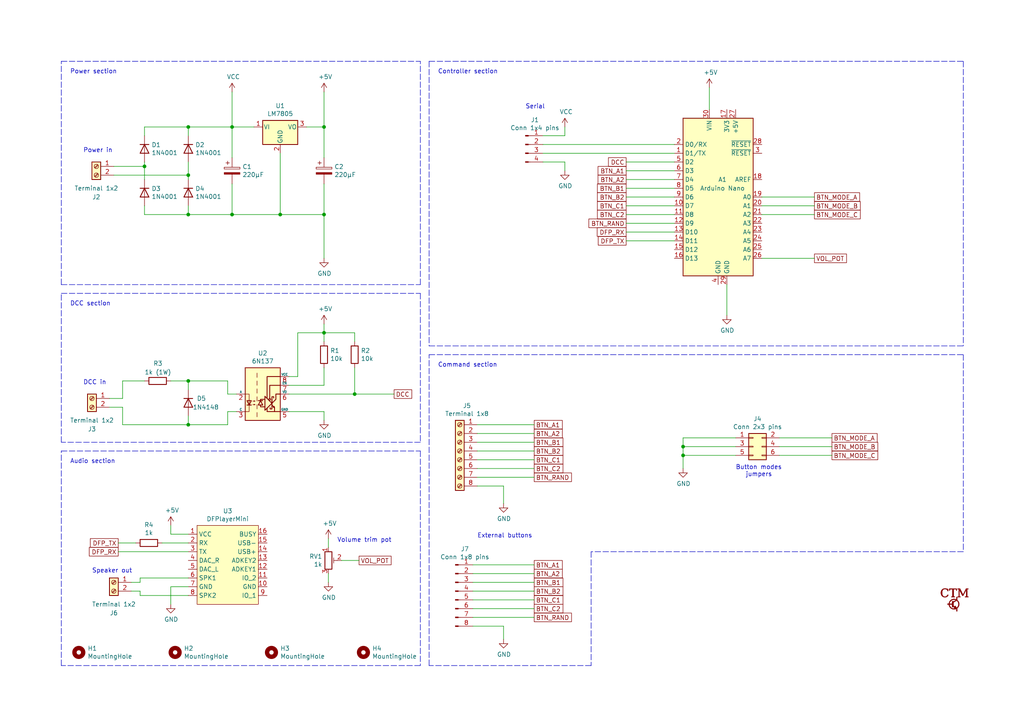
<source format=kicad_sch>
(kicad_sch (version 20211123) (generator eeschema)

  (uuid 6f80f798-dc24-438f-a1eb-4ee2936267c8)

  (paper "A4")

  (title_block
    (title "DA01 - Schematic")
    (date "2024-02-17")
    (rev "1.1")
    (company "CT-Modélisme (ct-modelisme.fr)")
    (comment 1 "Rev 1.1 - 2022-08-02")
  )

  (lib_symbols
    (symbol "CTM:Logo_CTM" (pin_names (offset 1.016)) (in_bom yes) (on_board yes)
      (property "Reference" "#G" (id 0) (at 0 2.6908 0)
        (effects (font (size 1.27 1.27)) hide)
      )
      (property "Value" "Logo_CTM" (id 1) (at 0 -2.6908 0)
        (effects (font (size 1.27 1.27)) hide)
      )
      (property "Footprint" "" (id 2) (at 0 0 0)
        (effects (font (size 1.27 1.27)) hide)
      )
      (property "Datasheet" "" (id 3) (at 0 0 0)
        (effects (font (size 1.27 1.27)) hide)
      )
      (symbol "Logo_CTM_0_0"
        (polyline
          (pts
            (xy 0.0731 0.8954)
            (xy 0.0725 0.92)
            (xy 0.0582 0.9644)
            (xy 0.0102 0.983)
            (xy -0.0913 0.9868)
            (xy -0.2558 0.9868)
            (xy -0.2558 3.0699)
            (xy 0.4752 3.0699)
            (xy 0.4752 2.8872)
            (xy 0.4764 2.7959)
            (xy 0.4877 2.7325)
            (xy 0.5205 2.7083)
            (xy 0.5863 2.7045)
            (xy 0.6975 2.7045)
            (xy 0.6868 2.9877)
            (xy 0.6762 3.2709)
            (xy -0.4294 3.2806)
            (xy -1.5349 3.2903)
            (xy -1.5349 2.7045)
            (xy -1.4253 2.7045)
            (xy -1.3711 2.7065)
            (xy -1.3328 2.7251)
            (xy -1.318 2.779)
            (xy -1.3156 2.8872)
            (xy -1.3156 3.0699)
            (xy -0.6212 3.0699)
            (xy -0.6212 0.9868)
            (xy -0.7674 0.9868)
            (xy -0.7802 0.9867)
            (xy -0.868 0.9804)
            (xy -0.9056 0.9543)
            (xy -0.9136 0.8954)
            (xy -0.9136 0.804)
            (xy 0.0731 0.804)
            (xy 0.0731 0.8954)
          )
          (stroke (width 0.01) (type default) (color 0 0 0 0))
          (fill (type outline))
        )
        (polyline
          (pts
            (xy -2.4181 0.8046)
            (xy -2.1888 0.9075)
            (xy -1.999 1.0577)
            (xy -1.8605 1.2503)
            (xy -1.8581 1.2549)
            (xy -1.8072 1.3654)
            (xy -1.8003 1.4279)
            (xy -1.8422 1.4556)
            (xy -1.9378 1.4619)
            (xy -2.0299 1.4561)
            (xy -2.0872 1.4275)
            (xy -2.1229 1.3614)
            (xy -2.2055 1.2205)
            (xy -2.3321 1.0905)
            (xy -2.4748 1.0005)
            (xy -2.4803 0.9982)
            (xy -2.6231 0.9634)
            (xy -2.7995 0.952)
            (xy -2.9756 0.964)
            (xy -3.1173 0.9996)
            (xy -3.1812 1.0328)
            (xy -3.3232 1.1531)
            (xy -3.4434 1.3171)
            (xy -3.5251 1.5045)
            (xy -3.5435 1.5812)
            (xy -3.5686 1.7691)
            (xy -3.5798 1.9877)
            (xy -3.5772 2.2116)
            (xy -3.5606 2.415)
            (xy -3.5298 2.5724)
            (xy -3.5057 2.6429)
            (xy -3.3917 2.8522)
            (xy -3.2337 3.0089)
            (xy -3.0388 3.1073)
            (xy -2.8141 3.142)
            (xy -2.7974 3.142)
            (xy -2.5516 3.1144)
            (xy -2.3543 3.034)
            (xy -2.2007 2.8978)
            (xy -2.086 2.703)
            (xy -2.0735 2.6745)
            (xy -2.0235 2.578)
            (xy -1.9787 2.5342)
            (xy -1.9258 2.5286)
            (xy -1.9017 2.5332)
            (xy -1.871 2.5522)
            (xy -1.8541 2.5978)
            (xy -1.847 2.6854)
            (xy -1.8456 2.8307)
            (xy -1.8456 3.1214)
            (xy -2.1014 3.2085)
            (xy -2.1103 3.2115)
            (xy -2.3803 3.2808)
            (xy -2.6595 3.3155)
            (xy -2.9242 3.3143)
            (xy -3.1509 3.2755)
            (xy -3.2186 3.2536)
            (xy -3.4656 3.1282)
            (xy -3.6695 2.9479)
            (xy -3.8256 2.7189)
            (xy -3.9294 2.4477)
            (xy -3.9763 2.1403)
            (xy -3.9787 2.0105)
            (xy -3.944 1.6945)
            (xy -3.8529 1.4152)
            (xy -3.7089 1.1777)
            (xy -3.5158 0.9872)
            (xy -3.2772 0.8487)
            (xy -2.9968 0.7675)
            (xy -2.9491 0.7603)
            (xy -2.6754 0.7539)
            (xy -2.4181 0.8046)
          )
          (stroke (width 0.01) (type default) (color 0 0 0 0))
          (fill (type outline))
        )
        (polyline
          (pts
            (xy 1.7177 0.9033)
            (xy 1.7076 0.9582)
            (xy 1.6657 0.9818)
            (xy 1.5716 0.9868)
            (xy 1.4254 0.9868)
            (xy 1.4273 1.9096)
            (xy 1.4293 2.8324)
            (xy 1.8478 2.0009)
            (xy 1.9414 1.8151)
            (xy 2.0491 1.6028)
            (xy 2.1323 1.443)
            (xy 2.1957 1.3283)
            (xy 2.2441 1.2512)
            (xy 2.2825 1.2042)
            (xy 2.3156 1.18)
            (xy 2.3482 1.1709)
            (xy 2.3852 1.1695)
            (xy 2.4154 1.1702)
            (xy 2.4482 1.1771)
            (xy 2.4806 1.1976)
            (xy 2.5172 1.239)
            (xy 2.5629 1.3087)
            (xy 2.6224 1.4142)
            (xy 2.7005 1.5629)
            (xy 2.8018 1.7621)
            (xy 2.9312 2.0192)
            (xy 3.3582 2.8689)
            (xy 3.3603 1.9278)
            (xy 3.3623 0.9868)
            (xy 3.1979 0.9868)
            (xy 3.1535 0.9864)
            (xy 3.0738 0.9785)
            (xy 3.0402 0.9518)
            (xy 3.0334 0.8954)
            (xy 3.0334 0.804)
            (xy 4.0202 0.804)
            (xy 4.0202 0.8954)
            (xy 4.0196 0.92)
            (xy 4.0053 0.9644)
            (xy 3.9572 0.983)
            (xy 3.8557 0.9868)
            (xy 3.6913 0.9868)
            (xy 3.6913 3.1065)
            (xy 3.8557 3.1065)
            (xy 3.9001 3.1068)
            (xy 3.9799 3.1147)
            (xy 4.0134 3.1415)
            (xy 4.0202 3.1978)
            (xy 4.0201 3.2099)
            (xy 4.0155 3.2484)
            (xy 3.9931 3.2719)
            (xy 3.9393 3.284)
            (xy 3.8402 3.2885)
            (xy 3.6818 3.2892)
            (xy 3.3434 3.2892)
            (xy 2.9046 2.4107)
            (xy 2.4657 1.5322)
            (xy 1.5939 3.2892)
            (xy 1.1591 3.2892)
            (xy 1.0217 3.2876)
            (xy 0.9382 3.281)
            (xy 0.8953 3.2662)
            (xy 0.8795 3.2396)
            (xy 0.8772 3.1978)
            (xy 0.8778 3.1732)
            (xy 0.8921 3.1289)
            (xy 0.9401 3.1103)
            (xy 1.0416 3.1065)
            (xy 1.2061 3.1065)
            (xy 1.2061 0.9868)
            (xy 1.0416 0.9868)
            (xy 0.9973 0.9864)
            (xy 0.9175 0.9785)
            (xy 0.884 0.9518)
            (xy 0.8772 0.8954)
            (xy 0.8772 0.804)
            (xy 1.7177 0.804)
            (xy 1.7177 0.9033)
          )
          (stroke (width 0.01) (type default) (color 0 0 0 0))
          (fill (type outline))
        )
        (polyline
          (pts
            (xy 0.7675 -2.4772)
            (xy 0.9476 -2.2801)
            (xy 1.04 -2.1685)
            (xy 1.1488 -2.0142)
            (xy 1.2309 -1.8729)
            (xy 1.2445 -1.845)
            (xy 1.2853 -1.7519)
            (xy 1.3115 -1.6649)
            (xy 1.3262 -1.5642)
            (xy 1.3326 -1.43)
            (xy 1.334 -1.2426)
            (xy 1.3339 -1.1871)
            (xy 1.3315 -1.0156)
            (xy 1.3232 -0.8921)
            (xy 1.3059 -0.797)
            (xy 1.2762 -0.7103)
            (xy 1.2309 -0.6122)
            (xy 1.1649 -0.4962)
            (xy 1.0587 -0.3415)
            (xy 0.9476 -0.2051)
            (xy 0.7675 -0.008)
            (xy 0.7675 0.8406)
            (xy 0.5482 0.8406)
            (xy 0.5482 0.1167)
            (xy 0.3747 0.1825)
            (xy 0.3122 0.2047)
            (xy 0.0005 0.2721)
            (xy -0.3089 0.2724)
            (xy -0.6074 0.2101)
            (xy -0.8862 0.0899)
            (xy -1.1367 -0.0837)
            (xy -1.3503 -0.3061)
            (xy -1.5182 -0.5727)
            (xy -1.6318 -0.8789)
            (xy -1.6973 -1.133)
            (xy -1.4676 -1.133)
            (xy -1.4429 -1.0142)
            (xy -1.4397 -0.9992)
            (xy -1.3412 -0.7089)
            (xy -1.1861 -0.4557)
            (xy -0.9826 -0.2463)
            (xy -0.7389 -0.0878)
            (xy -0.4634 0.013)
            (xy -0.1644 0.0493)
            (xy -0.0338 0.0443)
            (xy 0.1149 0.0265)
            (xy 0.2425 -0.0006)
            (xy 0.3319 -0.0333)
            (xy 0.3655 -0.0676)
            (xy 0.3462 -0.091)
            (xy 0.2782 -0.141)
            (xy 0.1762 -0.206)
            (xy 0.0561 -0.2768)
            (xy -0.0661 -0.3444)
            (xy -0.1745 -0.3998)
            (xy -0.2532 -0.434)
            (xy -0.2862 -0.4378)
            (xy -0.314 -0.422)
            (xy -0.3974 -0.4076)
            (xy -0.5147 -0.402)
            (xy -0.7309 -0.402)
            (xy -0.7309 -0.7384)
            (xy -0.2923 -0.7384)
            (xy 0.1498 -0.4775)
            (xy 0.3131 -0.3835)
            (xy 0.483 -0.2943)
            (xy 0.5984 -0.2464)
            (xy 0.6617 -0.2388)
            (xy 0.72 -0.2744)
            (xy 0.8095 -0.367)
            (xy 0.9045 -0.4968)
            (xy 0.9927 -0.6463)
            (xy 1.0618 -0.7985)
            (xy 1.0631 -0.8021)
            (xy 1.1264 -1.0724)
            (xy 1.1277 -1.3575)
            (xy 1.0705 -1.6402)
            (xy 0.9582 -1.9031)
            (xy 0.7945 -2.1289)
            (xy 0.7461 -2.1777)
            (xy 0.6722 -2.2411)
            (xy 0.6258 -2.2659)
            (xy 0.6153 -2.2613)
            (xy 0.5664 -2.2121)
            (xy 0.495 -2.1206)
            (xy 0.4127 -2.0009)
            (xy 0.3804 -1.9515)
            (xy 0.306 -1.8377)
            (xy 0.2514 -1.7547)
            (xy 0.2265 -1.7177)
            (xy 0.2259 -1.717)
            (xy 0.1962 -1.7309)
            (xy 0.1466 -1.7822)
            (xy 0.0964 -1.8483)
            (xy 0.065 -1.9067)
            (xy 0.0532 -1.9169)
            (xy -0.0099 -1.9043)
            (xy -0.1207 -1.8479)
            (xy -0.2923 -1.7473)
            (xy -0.2923 -0.7384)
            (xy -0.7309 -0.7384)
            (xy -0.7309 -1.133)
            (xy -1.4676 -1.133)
            (xy -1.6973 -1.133)
            (xy -1.8902 -1.133)
            (xy -1.9953 -1.1346)
            (xy -2.0563 -1.1464)
            (xy -2.0795 -1.179)
            (xy -2.0831 -1.2426)
            (xy -2.0803 -1.3024)
            (xy -2.0594 -1.337)
            (xy -2.0022 -1.3502)
            (xy -1.8902 -1.3522)
            (xy -1.6973 -1.3522)
            (xy -1.4676 -1.3522)
            (xy -0.7309 -1.3522)
            (xy -0.7309 -2.0832)
            (xy -0.5116 -2.0832)
            (xy -0.4151 -2.0796)
            (xy -0.3259 -2.0663)
            (xy -0.2923 -2.0457)
            (xy -0.2915 -2.0413)
            (xy -0.2552 -2.0367)
            (xy -0.1803 -2.0661)
            (xy -0.0684 -2.124)
            (xy -0.1438 -2.2519)
            (xy -0.1603 -2.2803)
            (xy -0.2024 -2.3572)
            (xy -0.2192 -2.3959)
            (xy -0.1891 -2.4038)
            (xy -0.1042 -2.4098)
            (xy 0.0162 -2.4121)
            (xy 0.1315 -2.4161)
            (xy 0.2274 -2.428)
            (xy 0.2718 -2.4449)
            (xy 0.2516 -2.4664)
            (xy 0.1757 -2.4929)
            (xy 0.0609 -2.518)
            (xy -0.0469 -2.5367)
            (xy -0.1383 -2.5494)
            (xy -0.2087 -2.5506)
            (xy -0.2866 -2.5403)
            (xy -0.4003 -2.5184)
            (xy -0.4818 -2.4994)
            (xy -0.7531 -2.3905)
            (xy -0.9947 -2.2233)
            (xy -1.1968 -2.0077)
            (xy -1.3496 -1.7537)
            (xy -1.4431 -1.471)
            (xy -1.4676 -1.3522)
            (xy -1.6973 -1.3522)
            (xy -1.6318 -1.6063)
            (xy -1.59 -1.7437)
            (xy -1.4482 -2.0412)
            (xy -1.251 -2.2952)
            (xy -1.0043 -2.5005)
            (xy -0.7141 -2.6517)
            (xy -0.3861 -2.7433)
            (xy -0.1656 -2.7625)
            (xy 0.1387 -2.7344)
            (xy 0.4295 -2.648)
            (xy 0.5482 -2.5986)
            (xy 0.5482 -3.3258)
            (xy 0.7675 -3.3258)
            (xy 0.7675 -2.4772)
          )
          (stroke (width 0.01) (type default) (color 0 0 0 0))
          (fill (type outline))
        )
      )
    )
    (symbol "DA01-rescue:+5V-power" (power) (pin_names (offset 0)) (in_bom yes) (on_board yes)
      (property "Reference" "#PWR" (id 0) (at 0 -3.81 0)
        (effects (font (size 1.27 1.27)) hide)
      )
      (property "Value" "+5V-power" (id 1) (at 0 3.556 0)
        (effects (font (size 1.27 1.27)))
      )
      (property "Footprint" "" (id 2) (at 0 0 0)
        (effects (font (size 1.27 1.27)) hide)
      )
      (property "Datasheet" "" (id 3) (at 0 0 0)
        (effects (font (size 1.27 1.27)) hide)
      )
      (symbol "+5V-power_0_1"
        (polyline
          (pts
            (xy -0.762 1.27)
            (xy 0 2.54)
          )
          (stroke (width 0) (type default) (color 0 0 0 0))
          (fill (type none))
        )
        (polyline
          (pts
            (xy 0 0)
            (xy 0 2.54)
          )
          (stroke (width 0) (type default) (color 0 0 0 0))
          (fill (type none))
        )
        (polyline
          (pts
            (xy 0 2.54)
            (xy 0.762 1.27)
          )
          (stroke (width 0) (type default) (color 0 0 0 0))
          (fill (type none))
        )
      )
      (symbol "+5V-power_1_1"
        (pin power_in line (at 0 0 90) (length 0) hide
          (name "+5V" (effects (font (size 1.27 1.27))))
          (number "1" (effects (font (size 1.27 1.27))))
        )
      )
    )
    (symbol "DA01-rescue:1N4001-Diode" (pin_numbers hide) (pin_names (offset 1.016) hide) (in_bom yes) (on_board yes)
      (property "Reference" "D" (id 0) (at 0 2.54 0)
        (effects (font (size 1.27 1.27)))
      )
      (property "Value" "1N4001-Diode" (id 1) (at 0 -2.54 0)
        (effects (font (size 1.27 1.27)))
      )
      (property "Footprint" "Diode_THT:D_DO-41_SOD81_P10.16mm_Horizontal" (id 2) (at 0 -4.445 0)
        (effects (font (size 1.27 1.27)) hide)
      )
      (property "Datasheet" "" (id 3) (at 0 0 0)
        (effects (font (size 1.27 1.27)) hide)
      )
      (property "ki_fp_filters" "D*DO?41*" (id 4) (at 0 0 0)
        (effects (font (size 1.27 1.27)) hide)
      )
      (symbol "1N4001-Diode_0_1"
        (polyline
          (pts
            (xy -1.27 1.27)
            (xy -1.27 -1.27)
          )
          (stroke (width 0.254) (type default) (color 0 0 0 0))
          (fill (type none))
        )
        (polyline
          (pts
            (xy 1.27 0)
            (xy -1.27 0)
          )
          (stroke (width 0) (type default) (color 0 0 0 0))
          (fill (type none))
        )
        (polyline
          (pts
            (xy 1.27 1.27)
            (xy 1.27 -1.27)
            (xy -1.27 0)
            (xy 1.27 1.27)
          )
          (stroke (width 0.254) (type default) (color 0 0 0 0))
          (fill (type none))
        )
      )
      (symbol "1N4001-Diode_1_1"
        (pin passive line (at -3.81 0 0) (length 2.54)
          (name "K" (effects (font (size 1.27 1.27))))
          (number "1" (effects (font (size 1.27 1.27))))
        )
        (pin passive line (at 3.81 0 180) (length 2.54)
          (name "A" (effects (font (size 1.27 1.27))))
          (number "2" (effects (font (size 1.27 1.27))))
        )
      )
    )
    (symbol "DA01-rescue:1N4148-Diode" (pin_numbers hide) (pin_names (offset 1.016) hide) (in_bom yes) (on_board yes)
      (property "Reference" "D" (id 0) (at 0 2.54 0)
        (effects (font (size 1.27 1.27)))
      )
      (property "Value" "1N4148-Diode" (id 1) (at 0 -2.54 0)
        (effects (font (size 1.27 1.27)))
      )
      (property "Footprint" "Diode_THT:D_DO-35_SOD27_P7.62mm_Horizontal" (id 2) (at 0 -4.445 0)
        (effects (font (size 1.27 1.27)) hide)
      )
      (property "Datasheet" "" (id 3) (at 0 0 0)
        (effects (font (size 1.27 1.27)) hide)
      )
      (property "ki_fp_filters" "D*DO?35*" (id 4) (at 0 0 0)
        (effects (font (size 1.27 1.27)) hide)
      )
      (symbol "1N4148-Diode_0_1"
        (polyline
          (pts
            (xy -1.27 1.27)
            (xy -1.27 -1.27)
          )
          (stroke (width 0.254) (type default) (color 0 0 0 0))
          (fill (type none))
        )
        (polyline
          (pts
            (xy 1.27 0)
            (xy -1.27 0)
          )
          (stroke (width 0) (type default) (color 0 0 0 0))
          (fill (type none))
        )
        (polyline
          (pts
            (xy 1.27 1.27)
            (xy 1.27 -1.27)
            (xy -1.27 0)
            (xy 1.27 1.27)
          )
          (stroke (width 0.254) (type default) (color 0 0 0 0))
          (fill (type none))
        )
      )
      (symbol "1N4148-Diode_1_1"
        (pin passive line (at -3.81 0 0) (length 2.54)
          (name "K" (effects (font (size 1.27 1.27))))
          (number "1" (effects (font (size 1.27 1.27))))
        )
        (pin passive line (at 3.81 0 180) (length 2.54)
          (name "A" (effects (font (size 1.27 1.27))))
          (number "2" (effects (font (size 1.27 1.27))))
        )
      )
    )
    (symbol "DA01-rescue:6N137-Isolator" (pin_names (offset 0)) (in_bom yes) (on_board yes)
      (property "Reference" "U" (id 0) (at -4.064 8.89 0)
        (effects (font (size 1.27 1.27)))
      )
      (property "Value" "6N137-Isolator" (id 1) (at 0 -8.89 0)
        (effects (font (size 1.27 1.27)))
      )
      (property "Footprint" "Package_DIP:DIP-8_W7.62mm" (id 2) (at 0 -12.7 0)
        (effects (font (size 1.27 1.27)) hide)
      )
      (property "Datasheet" "" (id 3) (at -21.59 13.97 0)
        (effects (font (size 1.27 1.27)) hide)
      )
      (property "ki_fp_filters" "DIP*W7.62mm*" (id 4) (at 0 0 0)
        (effects (font (size 1.27 1.27)) hide)
      )
      (symbol "6N137-Isolator_0_1"
        (polyline
          (pts
            (xy 2.667 -3.556)
            (xy 2.667 -1.651)
          )
          (stroke (width 0.254) (type default) (color 0 0 0 0))
          (fill (type none))
        )
        (polyline
          (pts
            (xy 2.667 -2.159)
            (xy 2.667 -2.921)
          )
          (stroke (width 0.254) (type default) (color 0 0 0 0))
          (fill (type none))
        )
        (polyline
          (pts
            (xy 3.429 -3.937)
            (xy 3.429 -5.08)
          )
          (stroke (width 0.254) (type default) (color 0 0 0 0))
          (fill (type none))
        )
        (polyline
          (pts
            (xy -0.635 -3.302)
            (xy -0.635 -3.683)
            (xy 0.635 -3.683)
          )
          (stroke (width 0.254) (type default) (color 0 0 0 0))
          (fill (type none))
        )
        (polyline
          (pts
            (xy -0.635 -1.905)
            (xy -0.635 -1.524)
            (xy 0.508 -1.524)
          )
          (stroke (width 0.254) (type default) (color 0 0 0 0))
          (fill (type none))
        )
        (polyline
          (pts
            (xy 1.27 -4.064)
            (xy 1.27 -5.08)
            (xy 5.08 -5.08)
          )
          (stroke (width 0.254) (type default) (color 0 0 0 0))
          (fill (type none))
        )
        (polyline
          (pts
            (xy 1.27 -1.27)
            (xy 1.27 5.08)
            (xy 5.08 5.08)
          )
          (stroke (width 0.254) (type default) (color 0 0 0 0))
          (fill (type none))
        )
        (polyline
          (pts
            (xy 2.032 -1.27)
            (xy 2.032 2.54)
            (xy 5.08 2.54)
          )
          (stroke (width 0.254) (type default) (color 0 0 0 0))
          (fill (type none))
        )
        (polyline
          (pts
            (xy -5.08 -5.08)
            (xy -3.937 -5.08)
            (xy -3.937 0)
            (xy -5.08 0)
          )
          (stroke (width 0) (type default) (color 0 0 0 0))
          (fill (type none))
        )
        (polyline
          (pts
            (xy 2.667 -3.302)
            (xy 2.667 -4.318)
            (xy 2.159 -4.318)
            (xy 2.159 -3.937)
          )
          (stroke (width 0.254) (type default) (color 0 0 0 0))
          (fill (type none))
        )
        (polyline
          (pts
            (xy 2.667 -2.667)
            (xy 0.635 -4.699)
            (xy 0.635 -0.635)
            (xy 2.667 -2.667)
          )
          (stroke (width 0.254) (type default) (color 0 0 0 0))
          (fill (type none))
        )
        (polyline
          (pts
            (xy 2.667 -1.778)
            (xy 2.667 -0.762)
            (xy 3.175 -0.762)
            (xy 3.175 -1.143)
          )
          (stroke (width 0.254) (type default) (color 0 0 0 0))
          (fill (type none))
        )
        (polyline
          (pts
            (xy 2.794 -2.54)
            (xy 3.81 -1.524)
            (xy 3.81 0)
            (xy 5.08 0)
          )
          (stroke (width 0.254) (type default) (color 0 0 0 0))
          (fill (type none))
        )
        (polyline
          (pts
            (xy 2.667 -3.175)
            (xy 3.429 -3.937)
            (xy 3.302 -3.556)
            (xy 3.048 -3.81)
            (xy 3.429 -3.937)
          )
          (stroke (width 0.254) (type default) (color 0 0 0 0))
          (fill (type none))
        )
        (circle (center 2.032 -1.524) (radius 0.254)
          (stroke (width 0.254) (type default) (color 0 0 0 0))
          (fill (type none))
        )
      )
      (symbol "6N137-Isolator_1_1"
        (rectangle (start -5.08 7.62) (end 5.08 -7.62)
          (stroke (width 0.254) (type default) (color 0 0 0 0))
          (fill (type background))
        )
        (polyline
          (pts
            (xy -4.572 -3.175)
            (xy -3.302 -3.175)
          )
          (stroke (width 0.254) (type default) (color 0 0 0 0))
          (fill (type none))
        )
        (polyline
          (pts
            (xy -1.651 -5.334)
            (xy -1.651 -6.604)
          )
          (stroke (width 0) (type default) (color 0 0 0 0))
          (fill (type none))
        )
        (polyline
          (pts
            (xy -1.651 -3.048)
            (xy -1.651 -4.318)
          )
          (stroke (width 0) (type default) (color 0 0 0 0))
          (fill (type none))
        )
        (polyline
          (pts
            (xy -1.651 -0.762)
            (xy -1.651 -2.032)
          )
          (stroke (width 0) (type default) (color 0 0 0 0))
          (fill (type none))
        )
        (polyline
          (pts
            (xy -1.651 1.524)
            (xy -1.651 0.254)
          )
          (stroke (width 0) (type default) (color 0 0 0 0))
          (fill (type none))
        )
        (polyline
          (pts
            (xy -1.651 3.81)
            (xy -1.651 2.54)
          )
          (stroke (width 0) (type default) (color 0 0 0 0))
          (fill (type none))
        )
        (polyline
          (pts
            (xy -1.651 6.096)
            (xy -1.651 4.826)
          )
          (stroke (width 0) (type default) (color 0 0 0 0))
          (fill (type none))
        )
        (polyline
          (pts
            (xy -1.27 -1.905)
            (xy 0 -1.905)
          )
          (stroke (width 0.254) (type default) (color 0 0 0 0))
          (fill (type none))
        )
        (polyline
          (pts
            (xy -3.937 -3.175)
            (xy -4.572 -1.905)
            (xy -3.302 -1.905)
            (xy -3.937 -3.175)
          )
          (stroke (width 0.254) (type default) (color 0 0 0 0))
          (fill (type none))
        )
        (polyline
          (pts
            (xy -0.635 -1.905)
            (xy -1.27 -3.175)
            (xy 0 -3.175)
            (xy -0.635 -1.905)
          )
          (stroke (width 0.254) (type default) (color 0 0 0 0))
          (fill (type none))
        )
        (polyline
          (pts
            (xy -2.921 -3.048)
            (xy -2.159 -3.048)
            (xy -2.54 -3.175)
            (xy -2.54 -2.921)
            (xy -2.159 -3.048)
          )
          (stroke (width 0.127) (type default) (color 0 0 0 0))
          (fill (type none))
        )
        (polyline
          (pts
            (xy -2.921 -2.032)
            (xy -2.159 -2.032)
            (xy -2.54 -2.159)
            (xy -2.54 -1.905)
            (xy -2.159 -2.032)
          )
          (stroke (width 0.127) (type default) (color 0 0 0 0))
          (fill (type none))
        )
        (pin no_connect line (at -5.08 5.08 0) (length 2.54) hide
          (name "NC" (effects (font (size 0.635 0.635))))
          (number "1" (effects (font (size 1.27 1.27))))
        )
        (pin passive line (at -7.62 0 0) (length 2.54)
          (name "A" (effects (font (size 0.635 0.635))))
          (number "2" (effects (font (size 1.27 1.27))))
        )
        (pin passive line (at -7.62 -5.08 0) (length 2.54)
          (name "C" (effects (font (size 0.635 0.635))))
          (number "3" (effects (font (size 1.27 1.27))))
        )
        (pin power_in line (at 7.62 -5.08 180) (length 2.54)
          (name "GND" (effects (font (size 0.635 0.635))))
          (number "5" (effects (font (size 1.27 1.27))))
        )
        (pin open_collector line (at 7.62 0 180) (length 2.54)
          (name "VO" (effects (font (size 0.635 0.635))))
          (number "6" (effects (font (size 1.27 1.27))))
        )
        (pin input line (at 7.62 2.54 180) (length 2.54)
          (name "EN" (effects (font (size 0.635 0.635))))
          (number "7" (effects (font (size 1.27 1.27))))
        )
        (pin power_in line (at 7.62 5.08 180) (length 2.54)
          (name "VCC" (effects (font (size 0.635 0.635))))
          (number "8" (effects (font (size 1.27 1.27))))
        )
      )
    )
    (symbol "DA01-rescue:Arduino_Nano_v2.x-MCU_Module" (in_bom yes) (on_board yes)
      (property "Reference" "A" (id 0) (at -10.16 23.495 0)
        (effects (font (size 1.27 1.27)) (justify left bottom))
      )
      (property "Value" "Arduino_Nano_v2.x-MCU_Module" (id 1) (at 5.08 -24.13 0)
        (effects (font (size 1.27 1.27)) (justify left top))
      )
      (property "Footprint" "Module:Arduino_Nano" (id 2) (at 0 0 0)
        (effects (font (size 1.27 1.27) italic) hide)
      )
      (property "Datasheet" "" (id 3) (at 0 0 0)
        (effects (font (size 1.27 1.27)) hide)
      )
      (property "ki_fp_filters" "Arduino*Nano*" (id 4) (at 0 0 0)
        (effects (font (size 1.27 1.27)) hide)
      )
      (symbol "Arduino_Nano_v2.x-MCU_Module_0_1"
        (rectangle (start -10.16 22.86) (end 10.16 -22.86)
          (stroke (width 0.254) (type default) (color 0 0 0 0))
          (fill (type background))
        )
      )
      (symbol "Arduino_Nano_v2.x-MCU_Module_1_1"
        (pin bidirectional line (at -12.7 12.7 0) (length 2.54)
          (name "D1/TX" (effects (font (size 1.27 1.27))))
          (number "1" (effects (font (size 1.27 1.27))))
        )
        (pin bidirectional line (at -12.7 -2.54 0) (length 2.54)
          (name "D7" (effects (font (size 1.27 1.27))))
          (number "10" (effects (font (size 1.27 1.27))))
        )
        (pin bidirectional line (at -12.7 -5.08 0) (length 2.54)
          (name "D8" (effects (font (size 1.27 1.27))))
          (number "11" (effects (font (size 1.27 1.27))))
        )
        (pin bidirectional line (at -12.7 -7.62 0) (length 2.54)
          (name "D9" (effects (font (size 1.27 1.27))))
          (number "12" (effects (font (size 1.27 1.27))))
        )
        (pin bidirectional line (at -12.7 -10.16 0) (length 2.54)
          (name "D10" (effects (font (size 1.27 1.27))))
          (number "13" (effects (font (size 1.27 1.27))))
        )
        (pin bidirectional line (at -12.7 -12.7 0) (length 2.54)
          (name "D11" (effects (font (size 1.27 1.27))))
          (number "14" (effects (font (size 1.27 1.27))))
        )
        (pin bidirectional line (at -12.7 -15.24 0) (length 2.54)
          (name "D12" (effects (font (size 1.27 1.27))))
          (number "15" (effects (font (size 1.27 1.27))))
        )
        (pin bidirectional line (at -12.7 -17.78 0) (length 2.54)
          (name "D13" (effects (font (size 1.27 1.27))))
          (number "16" (effects (font (size 1.27 1.27))))
        )
        (pin power_out line (at 2.54 25.4 270) (length 2.54)
          (name "3V3" (effects (font (size 1.27 1.27))))
          (number "17" (effects (font (size 1.27 1.27))))
        )
        (pin input line (at 12.7 5.08 180) (length 2.54)
          (name "AREF" (effects (font (size 1.27 1.27))))
          (number "18" (effects (font (size 1.27 1.27))))
        )
        (pin bidirectional line (at 12.7 0 180) (length 2.54)
          (name "A0" (effects (font (size 1.27 1.27))))
          (number "19" (effects (font (size 1.27 1.27))))
        )
        (pin bidirectional line (at -12.7 15.24 0) (length 2.54)
          (name "D0/RX" (effects (font (size 1.27 1.27))))
          (number "2" (effects (font (size 1.27 1.27))))
        )
        (pin bidirectional line (at 12.7 -2.54 180) (length 2.54)
          (name "A1" (effects (font (size 1.27 1.27))))
          (number "20" (effects (font (size 1.27 1.27))))
        )
        (pin bidirectional line (at 12.7 -5.08 180) (length 2.54)
          (name "A2" (effects (font (size 1.27 1.27))))
          (number "21" (effects (font (size 1.27 1.27))))
        )
        (pin bidirectional line (at 12.7 -7.62 180) (length 2.54)
          (name "A3" (effects (font (size 1.27 1.27))))
          (number "22" (effects (font (size 1.27 1.27))))
        )
        (pin bidirectional line (at 12.7 -10.16 180) (length 2.54)
          (name "A4" (effects (font (size 1.27 1.27))))
          (number "23" (effects (font (size 1.27 1.27))))
        )
        (pin bidirectional line (at 12.7 -12.7 180) (length 2.54)
          (name "A5" (effects (font (size 1.27 1.27))))
          (number "24" (effects (font (size 1.27 1.27))))
        )
        (pin bidirectional line (at 12.7 -15.24 180) (length 2.54)
          (name "A6" (effects (font (size 1.27 1.27))))
          (number "25" (effects (font (size 1.27 1.27))))
        )
        (pin bidirectional line (at 12.7 -17.78 180) (length 2.54)
          (name "A7" (effects (font (size 1.27 1.27))))
          (number "26" (effects (font (size 1.27 1.27))))
        )
        (pin power_out line (at 5.08 25.4 270) (length 2.54)
          (name "+5V" (effects (font (size 1.27 1.27))))
          (number "27" (effects (font (size 1.27 1.27))))
        )
        (pin input line (at 12.7 15.24 180) (length 2.54)
          (name "~{RESET}" (effects (font (size 1.27 1.27))))
          (number "28" (effects (font (size 1.27 1.27))))
        )
        (pin power_in line (at 2.54 -25.4 90) (length 2.54)
          (name "GND" (effects (font (size 1.27 1.27))))
          (number "29" (effects (font (size 1.27 1.27))))
        )
        (pin input line (at 12.7 12.7 180) (length 2.54)
          (name "~{RESET}" (effects (font (size 1.27 1.27))))
          (number "3" (effects (font (size 1.27 1.27))))
        )
        (pin power_in line (at -2.54 25.4 270) (length 2.54)
          (name "VIN" (effects (font (size 1.27 1.27))))
          (number "30" (effects (font (size 1.27 1.27))))
        )
        (pin power_in line (at 0 -25.4 90) (length 2.54)
          (name "GND" (effects (font (size 1.27 1.27))))
          (number "4" (effects (font (size 1.27 1.27))))
        )
        (pin bidirectional line (at -12.7 10.16 0) (length 2.54)
          (name "D2" (effects (font (size 1.27 1.27))))
          (number "5" (effects (font (size 1.27 1.27))))
        )
        (pin bidirectional line (at -12.7 7.62 0) (length 2.54)
          (name "D3" (effects (font (size 1.27 1.27))))
          (number "6" (effects (font (size 1.27 1.27))))
        )
        (pin bidirectional line (at -12.7 5.08 0) (length 2.54)
          (name "D4" (effects (font (size 1.27 1.27))))
          (number "7" (effects (font (size 1.27 1.27))))
        )
        (pin bidirectional line (at -12.7 2.54 0) (length 2.54)
          (name "D5" (effects (font (size 1.27 1.27))))
          (number "8" (effects (font (size 1.27 1.27))))
        )
        (pin bidirectional line (at -12.7 0 0) (length 2.54)
          (name "D6" (effects (font (size 1.27 1.27))))
          (number "9" (effects (font (size 1.27 1.27))))
        )
      )
    )
    (symbol "DA01-rescue:C_Polarized-Device" (pin_numbers hide) (pin_names (offset 0.254)) (in_bom yes) (on_board yes)
      (property "Reference" "C" (id 0) (at 0.635 2.54 0)
        (effects (font (size 1.27 1.27)) (justify left))
      )
      (property "Value" "C_Polarized-Device" (id 1) (at 0.635 -2.54 0)
        (effects (font (size 1.27 1.27)) (justify left))
      )
      (property "Footprint" "" (id 2) (at 0.9652 -3.81 0)
        (effects (font (size 1.27 1.27)) hide)
      )
      (property "Datasheet" "" (id 3) (at 0 0 0)
        (effects (font (size 1.27 1.27)) hide)
      )
      (property "ki_fp_filters" "CP_*" (id 4) (at 0 0 0)
        (effects (font (size 1.27 1.27)) hide)
      )
      (symbol "C_Polarized-Device_0_1"
        (rectangle (start -2.286 0.508) (end 2.286 1.016)
          (stroke (width 0) (type default) (color 0 0 0 0))
          (fill (type none))
        )
        (polyline
          (pts
            (xy -1.778 2.286)
            (xy -0.762 2.286)
          )
          (stroke (width 0) (type default) (color 0 0 0 0))
          (fill (type none))
        )
        (polyline
          (pts
            (xy -1.27 2.794)
            (xy -1.27 1.778)
          )
          (stroke (width 0) (type default) (color 0 0 0 0))
          (fill (type none))
        )
        (rectangle (start 2.286 -0.508) (end -2.286 -1.016)
          (stroke (width 0) (type default) (color 0 0 0 0))
          (fill (type outline))
        )
      )
      (symbol "C_Polarized-Device_1_1"
        (pin passive line (at 0 3.81 270) (length 2.794)
          (name "~" (effects (font (size 1.27 1.27))))
          (number "1" (effects (font (size 1.27 1.27))))
        )
        (pin passive line (at 0 -3.81 90) (length 2.794)
          (name "~" (effects (font (size 1.27 1.27))))
          (number "2" (effects (font (size 1.27 1.27))))
        )
      )
    )
    (symbol "DA01-rescue:Conn_01x04_Male-Connector" (pin_names (offset 1.016) hide) (in_bom yes) (on_board yes)
      (property "Reference" "J" (id 0) (at 0 5.08 0)
        (effects (font (size 1.27 1.27)))
      )
      (property "Value" "Conn_01x04_Male-Connector" (id 1) (at 0 -7.62 0)
        (effects (font (size 1.27 1.27)))
      )
      (property "Footprint" "" (id 2) (at 0 0 0)
        (effects (font (size 1.27 1.27)) hide)
      )
      (property "Datasheet" "" (id 3) (at 0 0 0)
        (effects (font (size 1.27 1.27)) hide)
      )
      (property "ki_fp_filters" "Connector*:*_1x??_*" (id 4) (at 0 0 0)
        (effects (font (size 1.27 1.27)) hide)
      )
      (symbol "Conn_01x04_Male-Connector_1_1"
        (polyline
          (pts
            (xy 1.27 -5.08)
            (xy 0.8636 -5.08)
          )
          (stroke (width 0.1524) (type default) (color 0 0 0 0))
          (fill (type none))
        )
        (polyline
          (pts
            (xy 1.27 -2.54)
            (xy 0.8636 -2.54)
          )
          (stroke (width 0.1524) (type default) (color 0 0 0 0))
          (fill (type none))
        )
        (polyline
          (pts
            (xy 1.27 0)
            (xy 0.8636 0)
          )
          (stroke (width 0.1524) (type default) (color 0 0 0 0))
          (fill (type none))
        )
        (polyline
          (pts
            (xy 1.27 2.54)
            (xy 0.8636 2.54)
          )
          (stroke (width 0.1524) (type default) (color 0 0 0 0))
          (fill (type none))
        )
        (rectangle (start 0.8636 -4.953) (end 0 -5.207)
          (stroke (width 0.1524) (type default) (color 0 0 0 0))
          (fill (type outline))
        )
        (rectangle (start 0.8636 -2.413) (end 0 -2.667)
          (stroke (width 0.1524) (type default) (color 0 0 0 0))
          (fill (type outline))
        )
        (rectangle (start 0.8636 0.127) (end 0 -0.127)
          (stroke (width 0.1524) (type default) (color 0 0 0 0))
          (fill (type outline))
        )
        (rectangle (start 0.8636 2.667) (end 0 2.413)
          (stroke (width 0.1524) (type default) (color 0 0 0 0))
          (fill (type outline))
        )
        (pin passive line (at 5.08 2.54 180) (length 3.81)
          (name "Pin_1" (effects (font (size 1.27 1.27))))
          (number "1" (effects (font (size 1.27 1.27))))
        )
        (pin passive line (at 5.08 0 180) (length 3.81)
          (name "Pin_2" (effects (font (size 1.27 1.27))))
          (number "2" (effects (font (size 1.27 1.27))))
        )
        (pin passive line (at 5.08 -2.54 180) (length 3.81)
          (name "Pin_3" (effects (font (size 1.27 1.27))))
          (number "3" (effects (font (size 1.27 1.27))))
        )
        (pin passive line (at 5.08 -5.08 180) (length 3.81)
          (name "Pin_4" (effects (font (size 1.27 1.27))))
          (number "4" (effects (font (size 1.27 1.27))))
        )
      )
    )
    (symbol "DA01-rescue:Conn_01x08_Male-Connector" (pin_names (offset 1.016) hide) (in_bom yes) (on_board yes)
      (property "Reference" "J" (id 0) (at 0 10.16 0)
        (effects (font (size 1.27 1.27)))
      )
      (property "Value" "Conn_01x08_Male-Connector" (id 1) (at 0 -12.7 0)
        (effects (font (size 1.27 1.27)))
      )
      (property "Footprint" "" (id 2) (at 0 0 0)
        (effects (font (size 1.27 1.27)) hide)
      )
      (property "Datasheet" "" (id 3) (at 0 0 0)
        (effects (font (size 1.27 1.27)) hide)
      )
      (property "ki_fp_filters" "Connector*:*_1x??_*" (id 4) (at 0 0 0)
        (effects (font (size 1.27 1.27)) hide)
      )
      (symbol "Conn_01x08_Male-Connector_1_1"
        (polyline
          (pts
            (xy 1.27 -10.16)
            (xy 0.8636 -10.16)
          )
          (stroke (width 0.1524) (type default) (color 0 0 0 0))
          (fill (type none))
        )
        (polyline
          (pts
            (xy 1.27 -7.62)
            (xy 0.8636 -7.62)
          )
          (stroke (width 0.1524) (type default) (color 0 0 0 0))
          (fill (type none))
        )
        (polyline
          (pts
            (xy 1.27 -5.08)
            (xy 0.8636 -5.08)
          )
          (stroke (width 0.1524) (type default) (color 0 0 0 0))
          (fill (type none))
        )
        (polyline
          (pts
            (xy 1.27 -2.54)
            (xy 0.8636 -2.54)
          )
          (stroke (width 0.1524) (type default) (color 0 0 0 0))
          (fill (type none))
        )
        (polyline
          (pts
            (xy 1.27 0)
            (xy 0.8636 0)
          )
          (stroke (width 0.1524) (type default) (color 0 0 0 0))
          (fill (type none))
        )
        (polyline
          (pts
            (xy 1.27 2.54)
            (xy 0.8636 2.54)
          )
          (stroke (width 0.1524) (type default) (color 0 0 0 0))
          (fill (type none))
        )
        (polyline
          (pts
            (xy 1.27 5.08)
            (xy 0.8636 5.08)
          )
          (stroke (width 0.1524) (type default) (color 0 0 0 0))
          (fill (type none))
        )
        (polyline
          (pts
            (xy 1.27 7.62)
            (xy 0.8636 7.62)
          )
          (stroke (width 0.1524) (type default) (color 0 0 0 0))
          (fill (type none))
        )
        (rectangle (start 0.8636 -10.033) (end 0 -10.287)
          (stroke (width 0.1524) (type default) (color 0 0 0 0))
          (fill (type outline))
        )
        (rectangle (start 0.8636 -7.493) (end 0 -7.747)
          (stroke (width 0.1524) (type default) (color 0 0 0 0))
          (fill (type outline))
        )
        (rectangle (start 0.8636 -4.953) (end 0 -5.207)
          (stroke (width 0.1524) (type default) (color 0 0 0 0))
          (fill (type outline))
        )
        (rectangle (start 0.8636 -2.413) (end 0 -2.667)
          (stroke (width 0.1524) (type default) (color 0 0 0 0))
          (fill (type outline))
        )
        (rectangle (start 0.8636 0.127) (end 0 -0.127)
          (stroke (width 0.1524) (type default) (color 0 0 0 0))
          (fill (type outline))
        )
        (rectangle (start 0.8636 2.667) (end 0 2.413)
          (stroke (width 0.1524) (type default) (color 0 0 0 0))
          (fill (type outline))
        )
        (rectangle (start 0.8636 5.207) (end 0 4.953)
          (stroke (width 0.1524) (type default) (color 0 0 0 0))
          (fill (type outline))
        )
        (rectangle (start 0.8636 7.747) (end 0 7.493)
          (stroke (width 0.1524) (type default) (color 0 0 0 0))
          (fill (type outline))
        )
        (pin passive line (at 5.08 7.62 180) (length 3.81)
          (name "Pin_1" (effects (font (size 1.27 1.27))))
          (number "1" (effects (font (size 1.27 1.27))))
        )
        (pin passive line (at 5.08 5.08 180) (length 3.81)
          (name "Pin_2" (effects (font (size 1.27 1.27))))
          (number "2" (effects (font (size 1.27 1.27))))
        )
        (pin passive line (at 5.08 2.54 180) (length 3.81)
          (name "Pin_3" (effects (font (size 1.27 1.27))))
          (number "3" (effects (font (size 1.27 1.27))))
        )
        (pin passive line (at 5.08 0 180) (length 3.81)
          (name "Pin_4" (effects (font (size 1.27 1.27))))
          (number "4" (effects (font (size 1.27 1.27))))
        )
        (pin passive line (at 5.08 -2.54 180) (length 3.81)
          (name "Pin_5" (effects (font (size 1.27 1.27))))
          (number "5" (effects (font (size 1.27 1.27))))
        )
        (pin passive line (at 5.08 -5.08 180) (length 3.81)
          (name "Pin_6" (effects (font (size 1.27 1.27))))
          (number "6" (effects (font (size 1.27 1.27))))
        )
        (pin passive line (at 5.08 -7.62 180) (length 3.81)
          (name "Pin_7" (effects (font (size 1.27 1.27))))
          (number "7" (effects (font (size 1.27 1.27))))
        )
        (pin passive line (at 5.08 -10.16 180) (length 3.81)
          (name "Pin_8" (effects (font (size 1.27 1.27))))
          (number "8" (effects (font (size 1.27 1.27))))
        )
      )
    )
    (symbol "DA01-rescue:Conn_02x03_Odd_Even-Connector_Generic" (pin_names (offset 1.016) hide) (in_bom yes) (on_board yes)
      (property "Reference" "J" (id 0) (at 1.27 5.08 0)
        (effects (font (size 1.27 1.27)))
      )
      (property "Value" "Conn_02x03_Odd_Even-Connector_Generic" (id 1) (at 1.27 -5.08 0)
        (effects (font (size 1.27 1.27)))
      )
      (property "Footprint" "" (id 2) (at 0 0 0)
        (effects (font (size 1.27 1.27)) hide)
      )
      (property "Datasheet" "" (id 3) (at 0 0 0)
        (effects (font (size 1.27 1.27)) hide)
      )
      (property "ki_fp_filters" "Connector*:*_2x??_*" (id 4) (at 0 0 0)
        (effects (font (size 1.27 1.27)) hide)
      )
      (symbol "Conn_02x03_Odd_Even-Connector_Generic_1_1"
        (rectangle (start -1.27 -2.413) (end 0 -2.667)
          (stroke (width 0.1524) (type default) (color 0 0 0 0))
          (fill (type none))
        )
        (rectangle (start -1.27 0.127) (end 0 -0.127)
          (stroke (width 0.1524) (type default) (color 0 0 0 0))
          (fill (type none))
        )
        (rectangle (start -1.27 2.667) (end 0 2.413)
          (stroke (width 0.1524) (type default) (color 0 0 0 0))
          (fill (type none))
        )
        (rectangle (start -1.27 3.81) (end 3.81 -3.81)
          (stroke (width 0.254) (type default) (color 0 0 0 0))
          (fill (type background))
        )
        (rectangle (start 3.81 -2.413) (end 2.54 -2.667)
          (stroke (width 0.1524) (type default) (color 0 0 0 0))
          (fill (type none))
        )
        (rectangle (start 3.81 0.127) (end 2.54 -0.127)
          (stroke (width 0.1524) (type default) (color 0 0 0 0))
          (fill (type none))
        )
        (rectangle (start 3.81 2.667) (end 2.54 2.413)
          (stroke (width 0.1524) (type default) (color 0 0 0 0))
          (fill (type none))
        )
        (pin passive line (at -5.08 2.54 0) (length 3.81)
          (name "Pin_1" (effects (font (size 1.27 1.27))))
          (number "1" (effects (font (size 1.27 1.27))))
        )
        (pin passive line (at 7.62 2.54 180) (length 3.81)
          (name "Pin_2" (effects (font (size 1.27 1.27))))
          (number "2" (effects (font (size 1.27 1.27))))
        )
        (pin passive line (at -5.08 0 0) (length 3.81)
          (name "Pin_3" (effects (font (size 1.27 1.27))))
          (number "3" (effects (font (size 1.27 1.27))))
        )
        (pin passive line (at 7.62 0 180) (length 3.81)
          (name "Pin_4" (effects (font (size 1.27 1.27))))
          (number "4" (effects (font (size 1.27 1.27))))
        )
        (pin passive line (at -5.08 -2.54 0) (length 3.81)
          (name "Pin_5" (effects (font (size 1.27 1.27))))
          (number "5" (effects (font (size 1.27 1.27))))
        )
        (pin passive line (at 7.62 -2.54 180) (length 3.81)
          (name "Pin_6" (effects (font (size 1.27 1.27))))
          (number "6" (effects (font (size 1.27 1.27))))
        )
      )
    )
    (symbol "DA01-rescue:DFPlayerMini-Audio-DAD-02-rescue" (in_bom yes) (on_board yes)
      (property "Reference" "U" (id 0) (at 0 16.51 0)
        (effects (font (size 1.27 1.27)))
      )
      (property "Value" "DFPlayerMini-Audio-DAD-02-rescue" (id 1) (at 0 13.97 0)
        (effects (font (size 1.27 1.27)))
      )
      (property "Footprint" "" (id 2) (at 5.08 -25.4 0)
        (effects (font (size 1.27 1.27)) hide)
      )
      (property "Datasheet" "" (id 3) (at 0 0 0)
        (effects (font (size 1.27 1.27)) hide)
      )
      (property "ki_fp_filters" "SSOP*5.3x10.2mm*P0.65mm*" (id 4) (at 0 0 0)
        (effects (font (size 1.27 1.27)) hide)
      )
      (symbol "DFPlayerMini-Audio-DAD-02-rescue_0_1"
        (rectangle (start 8.89 11.43) (end -8.89 -11.43)
          (stroke (width 0) (type default) (color 0 0 0 0))
          (fill (type background))
        )
      )
      (symbol "DFPlayerMini-Audio-DAD-02-rescue_1_1"
        (pin input line (at -11.43 8.89 0) (length 2.54)
          (name "VCC" (effects (font (size 1.27 1.27))))
          (number "1" (effects (font (size 1.27 1.27))))
        )
        (pin input line (at 11.43 -6.35 180) (length 2.54)
          (name "GND" (effects (font (size 1.27 1.27))))
          (number "10" (effects (font (size 1.27 1.27))))
        )
        (pin bidirectional line (at 11.43 -3.81 180) (length 2.54)
          (name "IO_2" (effects (font (size 1.27 1.27))))
          (number "11" (effects (font (size 1.27 1.27))))
        )
        (pin input line (at 11.43 -1.27 180) (length 2.54)
          (name "ADKEY1" (effects (font (size 1.27 1.27))))
          (number "12" (effects (font (size 1.27 1.27))))
        )
        (pin input line (at 11.43 1.27 180) (length 2.54)
          (name "ADKEY2" (effects (font (size 1.27 1.27))))
          (number "13" (effects (font (size 1.27 1.27))))
        )
        (pin bidirectional line (at 11.43 3.81 180) (length 2.54)
          (name "USB+" (effects (font (size 1.27 1.27))))
          (number "14" (effects (font (size 1.27 1.27))))
        )
        (pin bidirectional line (at 11.43 6.35 180) (length 2.54)
          (name "USB-" (effects (font (size 1.27 1.27))))
          (number "15" (effects (font (size 1.27 1.27))))
        )
        (pin input line (at 11.43 8.89 180) (length 2.54)
          (name "BUSY" (effects (font (size 1.27 1.27))))
          (number "16" (effects (font (size 1.27 1.27))))
        )
        (pin bidirectional line (at -11.43 6.35 0) (length 2.54)
          (name "RX" (effects (font (size 1.27 1.27))))
          (number "2" (effects (font (size 1.27 1.27))))
        )
        (pin bidirectional line (at -11.43 3.81 0) (length 2.54)
          (name "TX" (effects (font (size 1.27 1.27))))
          (number "3" (effects (font (size 1.27 1.27))))
        )
        (pin input line (at -11.43 1.27 0) (length 2.54)
          (name "DAC_R" (effects (font (size 1.27 1.27))))
          (number "4" (effects (font (size 1.27 1.27))))
        )
        (pin input line (at -11.43 -1.27 0) (length 2.54)
          (name "DAC_L" (effects (font (size 1.27 1.27))))
          (number "5" (effects (font (size 1.27 1.27))))
        )
        (pin input line (at -11.43 -3.81 0) (length 2.54)
          (name "SPK1" (effects (font (size 1.27 1.27))))
          (number "6" (effects (font (size 1.27 1.27))))
        )
        (pin input line (at -11.43 -6.35 0) (length 2.54)
          (name "GND" (effects (font (size 1.27 1.27))))
          (number "7" (effects (font (size 1.27 1.27))))
        )
        (pin output line (at -11.43 -8.89 0) (length 2.54)
          (name "SPK2" (effects (font (size 1.27 1.27))))
          (number "8" (effects (font (size 1.27 1.27))))
        )
        (pin bidirectional line (at 11.43 -8.89 180) (length 2.54)
          (name "IO_1" (effects (font (size 1.27 1.27))))
          (number "9" (effects (font (size 1.27 1.27))))
        )
      )
    )
    (symbol "DA01-rescue:GND-power" (power) (pin_names (offset 0)) (in_bom yes) (on_board yes)
      (property "Reference" "#PWR" (id 0) (at 0 -6.35 0)
        (effects (font (size 1.27 1.27)) hide)
      )
      (property "Value" "GND-power" (id 1) (at 0 -3.81 0)
        (effects (font (size 1.27 1.27)))
      )
      (property "Footprint" "" (id 2) (at 0 0 0)
        (effects (font (size 1.27 1.27)) hide)
      )
      (property "Datasheet" "" (id 3) (at 0 0 0)
        (effects (font (size 1.27 1.27)) hide)
      )
      (symbol "GND-power_0_1"
        (polyline
          (pts
            (xy 0 0)
            (xy 0 -1.27)
            (xy 1.27 -1.27)
            (xy 0 -2.54)
            (xy -1.27 -1.27)
            (xy 0 -1.27)
          )
          (stroke (width 0) (type default) (color 0 0 0 0))
          (fill (type none))
        )
      )
      (symbol "GND-power_1_1"
        (pin power_in line (at 0 0 270) (length 0) hide
          (name "GND" (effects (font (size 1.27 1.27))))
          (number "1" (effects (font (size 1.27 1.27))))
        )
      )
    )
    (symbol "DA01-rescue:LM7805_TO220-Regulator_Linear" (pin_names (offset 0.254)) (in_bom yes) (on_board yes)
      (property "Reference" "U" (id 0) (at -3.81 3.175 0)
        (effects (font (size 1.27 1.27)))
      )
      (property "Value" "LM7805_TO220-Regulator_Linear" (id 1) (at 0 3.175 0)
        (effects (font (size 1.27 1.27)) (justify left))
      )
      (property "Footprint" "Package_TO_SOT_THT:TO-220-3_Vertical" (id 2) (at 0 5.715 0)
        (effects (font (size 1.27 1.27) italic) hide)
      )
      (property "Datasheet" "" (id 3) (at 0 -1.27 0)
        (effects (font (size 1.27 1.27)) hide)
      )
      (property "ki_fp_filters" "TO?220*" (id 4) (at 0 0 0)
        (effects (font (size 1.27 1.27)) hide)
      )
      (symbol "LM7805_TO220-Regulator_Linear_0_1"
        (rectangle (start -5.08 1.905) (end 5.08 -5.08)
          (stroke (width 0.254) (type default) (color 0 0 0 0))
          (fill (type background))
        )
      )
      (symbol "LM7805_TO220-Regulator_Linear_1_1"
        (pin power_in line (at -7.62 0 0) (length 2.54)
          (name "VI" (effects (font (size 1.27 1.27))))
          (number "1" (effects (font (size 1.27 1.27))))
        )
        (pin power_in line (at 0 -7.62 90) (length 2.54)
          (name "GND" (effects (font (size 1.27 1.27))))
          (number "2" (effects (font (size 1.27 1.27))))
        )
        (pin power_out line (at 7.62 0 180) (length 2.54)
          (name "VO" (effects (font (size 1.27 1.27))))
          (number "3" (effects (font (size 1.27 1.27))))
        )
      )
    )
    (symbol "DA01-rescue:MountingHole-Mechanical" (pin_names (offset 1.016)) (in_bom yes) (on_board yes)
      (property "Reference" "H" (id 0) (at 0 5.08 0)
        (effects (font (size 1.27 1.27)))
      )
      (property "Value" "MountingHole-Mechanical" (id 1) (at 0 3.175 0)
        (effects (font (size 1.27 1.27)))
      )
      (property "Footprint" "" (id 2) (at 0 0 0)
        (effects (font (size 1.27 1.27)) hide)
      )
      (property "Datasheet" "" (id 3) (at 0 0 0)
        (effects (font (size 1.27 1.27)) hide)
      )
      (property "ki_fp_filters" "MountingHole*" (id 4) (at 0 0 0)
        (effects (font (size 1.27 1.27)) hide)
      )
      (symbol "MountingHole-Mechanical_0_1"
        (circle (center 0 0) (radius 1.27)
          (stroke (width 1.27) (type default) (color 0 0 0 0))
          (fill (type none))
        )
      )
    )
    (symbol "DA01-rescue:R-Device" (pin_numbers hide) (pin_names (offset 0)) (in_bom yes) (on_board yes)
      (property "Reference" "R" (id 0) (at 2.032 0 90)
        (effects (font (size 1.27 1.27)))
      )
      (property "Value" "R-Device" (id 1) (at 0 0 90)
        (effects (font (size 1.27 1.27)))
      )
      (property "Footprint" "" (id 2) (at -1.778 0 90)
        (effects (font (size 1.27 1.27)) hide)
      )
      (property "Datasheet" "" (id 3) (at 0 0 0)
        (effects (font (size 1.27 1.27)) hide)
      )
      (property "ki_fp_filters" "R_*" (id 4) (at 0 0 0)
        (effects (font (size 1.27 1.27)) hide)
      )
      (symbol "R-Device_0_1"
        (rectangle (start -1.016 -2.54) (end 1.016 2.54)
          (stroke (width 0.254) (type default) (color 0 0 0 0))
          (fill (type none))
        )
      )
      (symbol "R-Device_1_1"
        (pin passive line (at 0 3.81 270) (length 1.27)
          (name "~" (effects (font (size 1.27 1.27))))
          (number "1" (effects (font (size 1.27 1.27))))
        )
        (pin passive line (at 0 -3.81 90) (length 1.27)
          (name "~" (effects (font (size 1.27 1.27))))
          (number "2" (effects (font (size 1.27 1.27))))
        )
      )
    )
    (symbol "DA01-rescue:R_Potentiometer_Trim-Device" (pin_names (offset 1.016) hide) (in_bom yes) (on_board yes)
      (property "Reference" "RV" (id 0) (at -4.445 0 90)
        (effects (font (size 1.27 1.27)))
      )
      (property "Value" "R_Potentiometer_Trim-Device" (id 1) (at -2.54 0 90)
        (effects (font (size 1.27 1.27)))
      )
      (property "Footprint" "" (id 2) (at 0 0 0)
        (effects (font (size 1.27 1.27)) hide)
      )
      (property "Datasheet" "" (id 3) (at 0 0 0)
        (effects (font (size 1.27 1.27)) hide)
      )
      (property "ki_fp_filters" "Potentiometer*" (id 4) (at 0 0 0)
        (effects (font (size 1.27 1.27)) hide)
      )
      (symbol "R_Potentiometer_Trim-Device_0_1"
        (polyline
          (pts
            (xy 1.524 0.762)
            (xy 1.524 -0.762)
          )
          (stroke (width 0) (type default) (color 0 0 0 0))
          (fill (type none))
        )
        (polyline
          (pts
            (xy 2.54 0)
            (xy 1.524 0)
          )
          (stroke (width 0) (type default) (color 0 0 0 0))
          (fill (type none))
        )
        (rectangle (start 1.016 2.54) (end -1.016 -2.54)
          (stroke (width 0.254) (type default) (color 0 0 0 0))
          (fill (type none))
        )
      )
      (symbol "R_Potentiometer_Trim-Device_1_1"
        (pin passive line (at 0 3.81 270) (length 1.27)
          (name "1" (effects (font (size 1.27 1.27))))
          (number "1" (effects (font (size 1.27 1.27))))
        )
        (pin passive line (at 3.81 0 180) (length 1.27)
          (name "2" (effects (font (size 1.27 1.27))))
          (number "2" (effects (font (size 1.27 1.27))))
        )
        (pin passive line (at 0 -3.81 90) (length 1.27)
          (name "3" (effects (font (size 1.27 1.27))))
          (number "3" (effects (font (size 1.27 1.27))))
        )
      )
    )
    (symbol "DA01-rescue:Screw_Terminal_01x02-Connector" (pin_names (offset 1.016) hide) (in_bom yes) (on_board yes)
      (property "Reference" "J" (id 0) (at 0 2.54 0)
        (effects (font (size 1.27 1.27)))
      )
      (property "Value" "Screw_Terminal_01x02-Connector" (id 1) (at 0 -5.08 0)
        (effects (font (size 1.27 1.27)))
      )
      (property "Footprint" "" (id 2) (at 0 0 0)
        (effects (font (size 1.27 1.27)) hide)
      )
      (property "Datasheet" "" (id 3) (at 0 0 0)
        (effects (font (size 1.27 1.27)) hide)
      )
      (property "ki_fp_filters" "TerminalBlock*:*" (id 4) (at 0 0 0)
        (effects (font (size 1.27 1.27)) hide)
      )
      (symbol "Screw_Terminal_01x02-Connector_1_1"
        (rectangle (start -1.27 1.27) (end 1.27 -3.81)
          (stroke (width 0.254) (type default) (color 0 0 0 0))
          (fill (type background))
        )
        (circle (center 0 -2.54) (radius 0.635)
          (stroke (width 0.1524) (type default) (color 0 0 0 0))
          (fill (type none))
        )
        (polyline
          (pts
            (xy -0.5334 -2.2098)
            (xy 0.3302 -3.048)
          )
          (stroke (width 0.1524) (type default) (color 0 0 0 0))
          (fill (type none))
        )
        (polyline
          (pts
            (xy -0.5334 0.3302)
            (xy 0.3302 -0.508)
          )
          (stroke (width 0.1524) (type default) (color 0 0 0 0))
          (fill (type none))
        )
        (polyline
          (pts
            (xy -0.3556 -2.032)
            (xy 0.508 -2.8702)
          )
          (stroke (width 0.1524) (type default) (color 0 0 0 0))
          (fill (type none))
        )
        (polyline
          (pts
            (xy -0.3556 0.508)
            (xy 0.508 -0.3302)
          )
          (stroke (width 0.1524) (type default) (color 0 0 0 0))
          (fill (type none))
        )
        (circle (center 0 0) (radius 0.635)
          (stroke (width 0.1524) (type default) (color 0 0 0 0))
          (fill (type none))
        )
        (pin passive line (at -5.08 0 0) (length 3.81)
          (name "Pin_1" (effects (font (size 1.27 1.27))))
          (number "1" (effects (font (size 1.27 1.27))))
        )
        (pin passive line (at -5.08 -2.54 0) (length 3.81)
          (name "Pin_2" (effects (font (size 1.27 1.27))))
          (number "2" (effects (font (size 1.27 1.27))))
        )
      )
    )
    (symbol "DA01-rescue:Screw_Terminal_01x08-Connector" (pin_names (offset 1.016) hide) (in_bom yes) (on_board yes)
      (property "Reference" "J" (id 0) (at 0 10.16 0)
        (effects (font (size 1.27 1.27)))
      )
      (property "Value" "Screw_Terminal_01x08-Connector" (id 1) (at 0 -12.7 0)
        (effects (font (size 1.27 1.27)))
      )
      (property "Footprint" "" (id 2) (at 0 0 0)
        (effects (font (size 1.27 1.27)) hide)
      )
      (property "Datasheet" "" (id 3) (at 0 0 0)
        (effects (font (size 1.27 1.27)) hide)
      )
      (property "ki_fp_filters" "TerminalBlock*:*" (id 4) (at 0 0 0)
        (effects (font (size 1.27 1.27)) hide)
      )
      (symbol "Screw_Terminal_01x08-Connector_1_1"
        (rectangle (start -1.27 8.89) (end 1.27 -11.43)
          (stroke (width 0.254) (type default) (color 0 0 0 0))
          (fill (type background))
        )
        (circle (center 0 -10.16) (radius 0.635)
          (stroke (width 0.1524) (type default) (color 0 0 0 0))
          (fill (type none))
        )
        (circle (center 0 -7.62) (radius 0.635)
          (stroke (width 0.1524) (type default) (color 0 0 0 0))
          (fill (type none))
        )
        (circle (center 0 -5.08) (radius 0.635)
          (stroke (width 0.1524) (type default) (color 0 0 0 0))
          (fill (type none))
        )
        (circle (center 0 -2.54) (radius 0.635)
          (stroke (width 0.1524) (type default) (color 0 0 0 0))
          (fill (type none))
        )
        (polyline
          (pts
            (xy -0.5334 -9.8298)
            (xy 0.3302 -10.668)
          )
          (stroke (width 0.1524) (type default) (color 0 0 0 0))
          (fill (type none))
        )
        (polyline
          (pts
            (xy -0.5334 -7.2898)
            (xy 0.3302 -8.128)
          )
          (stroke (width 0.1524) (type default) (color 0 0 0 0))
          (fill (type none))
        )
        (polyline
          (pts
            (xy -0.5334 -4.7498)
            (xy 0.3302 -5.588)
          )
          (stroke (width 0.1524) (type default) (color 0 0 0 0))
          (fill (type none))
        )
        (polyline
          (pts
            (xy -0.5334 -2.2098)
            (xy 0.3302 -3.048)
          )
          (stroke (width 0.1524) (type default) (color 0 0 0 0))
          (fill (type none))
        )
        (polyline
          (pts
            (xy -0.5334 0.3302)
            (xy 0.3302 -0.508)
          )
          (stroke (width 0.1524) (type default) (color 0 0 0 0))
          (fill (type none))
        )
        (polyline
          (pts
            (xy -0.5334 2.8702)
            (xy 0.3302 2.032)
          )
          (stroke (width 0.1524) (type default) (color 0 0 0 0))
          (fill (type none))
        )
        (polyline
          (pts
            (xy -0.5334 5.4102)
            (xy 0.3302 4.572)
          )
          (stroke (width 0.1524) (type default) (color 0 0 0 0))
          (fill (type none))
        )
        (polyline
          (pts
            (xy -0.5334 7.9502)
            (xy 0.3302 7.112)
          )
          (stroke (width 0.1524) (type default) (color 0 0 0 0))
          (fill (type none))
        )
        (polyline
          (pts
            (xy -0.3556 -9.652)
            (xy 0.508 -10.4902)
          )
          (stroke (width 0.1524) (type default) (color 0 0 0 0))
          (fill (type none))
        )
        (polyline
          (pts
            (xy -0.3556 -7.112)
            (xy 0.508 -7.9502)
          )
          (stroke (width 0.1524) (type default) (color 0 0 0 0))
          (fill (type none))
        )
        (polyline
          (pts
            (xy -0.3556 -4.572)
            (xy 0.508 -5.4102)
          )
          (stroke (width 0.1524) (type default) (color 0 0 0 0))
          (fill (type none))
        )
        (polyline
          (pts
            (xy -0.3556 -2.032)
            (xy 0.508 -2.8702)
          )
          (stroke (width 0.1524) (type default) (color 0 0 0 0))
          (fill (type none))
        )
        (polyline
          (pts
            (xy -0.3556 0.508)
            (xy 0.508 -0.3302)
          )
          (stroke (width 0.1524) (type default) (color 0 0 0 0))
          (fill (type none))
        )
        (polyline
          (pts
            (xy -0.3556 3.048)
            (xy 0.508 2.2098)
          )
          (stroke (width 0.1524) (type default) (color 0 0 0 0))
          (fill (type none))
        )
        (polyline
          (pts
            (xy -0.3556 5.588)
            (xy 0.508 4.7498)
          )
          (stroke (width 0.1524) (type default) (color 0 0 0 0))
          (fill (type none))
        )
        (polyline
          (pts
            (xy -0.3556 8.128)
            (xy 0.508 7.2898)
          )
          (stroke (width 0.1524) (type default) (color 0 0 0 0))
          (fill (type none))
        )
        (circle (center 0 0) (radius 0.635)
          (stroke (width 0.1524) (type default) (color 0 0 0 0))
          (fill (type none))
        )
        (circle (center 0 2.54) (radius 0.635)
          (stroke (width 0.1524) (type default) (color 0 0 0 0))
          (fill (type none))
        )
        (circle (center 0 5.08) (radius 0.635)
          (stroke (width 0.1524) (type default) (color 0 0 0 0))
          (fill (type none))
        )
        (circle (center 0 7.62) (radius 0.635)
          (stroke (width 0.1524) (type default) (color 0 0 0 0))
          (fill (type none))
        )
        (pin passive line (at -5.08 7.62 0) (length 3.81)
          (name "Pin_1" (effects (font (size 1.27 1.27))))
          (number "1" (effects (font (size 1.27 1.27))))
        )
        (pin passive line (at -5.08 5.08 0) (length 3.81)
          (name "Pin_2" (effects (font (size 1.27 1.27))))
          (number "2" (effects (font (size 1.27 1.27))))
        )
        (pin passive line (at -5.08 2.54 0) (length 3.81)
          (name "Pin_3" (effects (font (size 1.27 1.27))))
          (number "3" (effects (font (size 1.27 1.27))))
        )
        (pin passive line (at -5.08 0 0) (length 3.81)
          (name "Pin_4" (effects (font (size 1.27 1.27))))
          (number "4" (effects (font (size 1.27 1.27))))
        )
        (pin passive line (at -5.08 -2.54 0) (length 3.81)
          (name "Pin_5" (effects (font (size 1.27 1.27))))
          (number "5" (effects (font (size 1.27 1.27))))
        )
        (pin passive line (at -5.08 -5.08 0) (length 3.81)
          (name "Pin_6" (effects (font (size 1.27 1.27))))
          (number "6" (effects (font (size 1.27 1.27))))
        )
        (pin passive line (at -5.08 -7.62 0) (length 3.81)
          (name "Pin_7" (effects (font (size 1.27 1.27))))
          (number "7" (effects (font (size 1.27 1.27))))
        )
        (pin passive line (at -5.08 -10.16 0) (length 3.81)
          (name "Pin_8" (effects (font (size 1.27 1.27))))
          (number "8" (effects (font (size 1.27 1.27))))
        )
      )
    )
    (symbol "DA01-rescue:VCC-power" (power) (pin_names (offset 0)) (in_bom yes) (on_board yes)
      (property "Reference" "#PWR" (id 0) (at 0 -3.81 0)
        (effects (font (size 1.27 1.27)) hide)
      )
      (property "Value" "VCC-power" (id 1) (at 0 3.81 0)
        (effects (font (size 1.27 1.27)))
      )
      (property "Footprint" "" (id 2) (at 0 0 0)
        (effects (font (size 1.27 1.27)) hide)
      )
      (property "Datasheet" "" (id 3) (at 0 0 0)
        (effects (font (size 1.27 1.27)) hide)
      )
      (symbol "VCC-power_0_1"
        (polyline
          (pts
            (xy -0.762 1.27)
            (xy 0 2.54)
          )
          (stroke (width 0) (type default) (color 0 0 0 0))
          (fill (type none))
        )
        (polyline
          (pts
            (xy 0 0)
            (xy 0 2.54)
          )
          (stroke (width 0) (type default) (color 0 0 0 0))
          (fill (type none))
        )
        (polyline
          (pts
            (xy 0 2.54)
            (xy 0.762 1.27)
          )
          (stroke (width 0) (type default) (color 0 0 0 0))
          (fill (type none))
        )
      )
      (symbol "VCC-power_1_1"
        (pin power_in line (at 0 0 90) (length 0) hide
          (name "VCC" (effects (font (size 1.27 1.27))))
          (number "1" (effects (font (size 1.27 1.27))))
        )
      )
    )
  )

  (junction (at 198.12 129.54) (diameter 0) (color 0 0 0 0)
    (uuid 10e52e95-44f3-4059-a86d-dcda603e0623)
  )
  (junction (at 198.12 132.08) (diameter 0) (color 0 0 0 0)
    (uuid 252f1275-081d-4d77-8bd5-3b9e6916ef42)
  )
  (junction (at 54.61 50.8) (diameter 0) (color 0 0 0 0)
    (uuid 28e37b45-f843-47c2-85c9-ca19f5430ece)
  )
  (junction (at 93.98 62.23) (diameter 0) (color 0 0 0 0)
    (uuid 29bb7297-26fb-4776-9266-2355d022bab0)
  )
  (junction (at 67.31 36.83) (diameter 0) (color 0 0 0 0)
    (uuid 4185c36c-c66e-4dbd-be5d-841e551f4885)
  )
  (junction (at 41.91 48.26) (diameter 0) (color 0 0 0 0)
    (uuid 54212c01-b363-47b8-a145-45c40df316f4)
  )
  (junction (at 102.87 114.3) (diameter 0) (color 0 0 0 0)
    (uuid 5701b80f-f006-4814-81c9-0c7f006088a9)
  )
  (junction (at 67.31 62.23) (diameter 0) (color 0 0 0 0)
    (uuid 71c6e723-673c-45a9-a0e4-9742220c52a3)
  )
  (junction (at 93.98 36.83) (diameter 0) (color 0 0 0 0)
    (uuid 72b36951-3ec7-4569-9c88-cf9b4afe1cae)
  )
  (junction (at 54.61 62.23) (diameter 0) (color 0 0 0 0)
    (uuid 8458d41c-5d62-455d-b6e1-9f718c0faac9)
  )
  (junction (at 54.61 123.19) (diameter 0) (color 0 0 0 0)
    (uuid 8cd050d6-228c-4da0-9533-b4f8d14cfb34)
  )
  (junction (at 93.98 96.52) (diameter 0) (color 0 0 0 0)
    (uuid 9565d2ee-a4f1-4d08-b2c9-0264233a0d2b)
  )
  (junction (at 81.28 62.23) (diameter 0) (color 0 0 0 0)
    (uuid c088f712-1abe-4cac-9a8b-d564931395aa)
  )
  (junction (at 54.61 36.83) (diameter 0) (color 0 0 0 0)
    (uuid c8b6b273-3d20-4a46-8069-f6d608563604)
  )
  (junction (at 54.61 110.49) (diameter 0) (color 0 0 0 0)
    (uuid f8bd6470-fafd-47f2-8ed5-9449988187ce)
  )

  (wire (pts (xy 54.61 110.49) (xy 66.04 110.49))
    (stroke (width 0) (type default) (color 0 0 0 0))
    (uuid 011ee658-718d-416a-85fd-961729cd1ee5)
  )
  (polyline (pts (xy 17.78 193.04) (xy 17.78 130.81))
    (stroke (width 0) (type default) (color 0 0 0 0))
    (uuid 0b9f21ed-3d41-4f23-ae45-74117a5f3153)
  )

  (wire (pts (xy 138.43 130.81) (xy 154.94 130.81))
    (stroke (width 0) (type default) (color 0 0 0 0))
    (uuid 0cbeb329-a88d-4a47-a5c2-a1d693de2f8c)
  )
  (polyline (pts (xy 121.92 128.27) (xy 17.78 128.27))
    (stroke (width 0) (type default) (color 0 0 0 0))
    (uuid 0ceb97d6-1b0f-4b71-921e-b0955c30c998)
  )

  (wire (pts (xy 210.82 82.55) (xy 210.82 91.44))
    (stroke (width 0) (type default) (color 0 0 0 0))
    (uuid 0fafc6b9-fd35-4a55-9270-7a8e7ce3cb13)
  )
  (wire (pts (xy 81.28 44.45) (xy 81.28 62.23))
    (stroke (width 0) (type default) (color 0 0 0 0))
    (uuid 0fd35a3e-b394-4aae-875a-fac843f9cbb7)
  )
  (polyline (pts (xy 171.45 193.04) (xy 124.46 193.04))
    (stroke (width 0) (type default) (color 0 0 0 0))
    (uuid 10d8ad0e-6a08-4053-92aa-23a15910fd21)
  )
  (polyline (pts (xy 17.78 82.55) (xy 121.92 82.55))
    (stroke (width 0) (type default) (color 0 0 0 0))
    (uuid 12a24e86-2c38-4685-bba9-fff8dddb4cb0)
  )

  (wire (pts (xy 41.91 48.26) (xy 41.91 46.99))
    (stroke (width 0) (type default) (color 0 0 0 0))
    (uuid 180245d9-4a3f-4d1b-adcc-b4eafac722e0)
  )
  (wire (pts (xy 86.36 109.22) (xy 86.36 96.52))
    (stroke (width 0) (type default) (color 0 0 0 0))
    (uuid 18c61c95-8af1-4986-b67e-c7af9c15ab6b)
  )
  (wire (pts (xy 157.48 46.99) (xy 163.83 46.99))
    (stroke (width 0) (type default) (color 0 0 0 0))
    (uuid 18d11f32-e1a6-4f29-8e3c-0bfeb07299bd)
  )
  (wire (pts (xy 95.25 158.75) (xy 95.25 156.21))
    (stroke (width 0) (type default) (color 0 0 0 0))
    (uuid 1b023dd4-5185-4576-b544-68a05b9c360b)
  )
  (wire (pts (xy 86.36 96.52) (xy 93.98 96.52))
    (stroke (width 0) (type default) (color 0 0 0 0))
    (uuid 2035ea48-3ef5-4d7f-8c3c-50981b30c89a)
  )
  (wire (pts (xy 54.61 120.65) (xy 54.61 123.19))
    (stroke (width 0) (type default) (color 0 0 0 0))
    (uuid 22bb6c80-05a9-4d89-98b0-f4c23fe6c1ce)
  )
  (wire (pts (xy 181.61 67.31) (xy 195.58 67.31))
    (stroke (width 0) (type default) (color 0 0 0 0))
    (uuid 25bc3602-3fb4-4a04-94e3-21ba22562c24)
  )
  (wire (pts (xy 236.22 59.69) (xy 220.98 59.69))
    (stroke (width 0) (type default) (color 0 0 0 0))
    (uuid 269f19c3-6824-45a8-be29-fa58d70cbb42)
  )
  (wire (pts (xy 205.74 31.75) (xy 205.74 25.4))
    (stroke (width 0) (type default) (color 0 0 0 0))
    (uuid 27b2eb82-662b-42d8-90e6-830fec4bb8d2)
  )
  (polyline (pts (xy 124.46 193.04) (xy 124.46 102.87))
    (stroke (width 0) (type default) (color 0 0 0 0))
    (uuid 2b64d2cb-d62a-4762-97ea-f1b0d4293c4f)
  )

  (wire (pts (xy 181.61 49.53) (xy 195.58 49.53))
    (stroke (width 0) (type default) (color 0 0 0 0))
    (uuid 2c60448a-e30f-46b2-89e1-a44f51688efc)
  )
  (polyline (pts (xy 124.46 100.33) (xy 279.4 100.33))
    (stroke (width 0) (type default) (color 0 0 0 0))
    (uuid 2c95b9a6-9c71-4108-9cde-57ddfdd2dd19)
  )

  (wire (pts (xy 66.04 114.3) (xy 66.04 110.49))
    (stroke (width 0) (type default) (color 0 0 0 0))
    (uuid 2db910a0-b943-40b4-b81f-068ba5265f56)
  )
  (wire (pts (xy 83.82 111.76) (xy 93.98 111.76))
    (stroke (width 0) (type default) (color 0 0 0 0))
    (uuid 2e90e294-82e1-45da-9bf1-b91dfe0dc8f6)
  )
  (wire (pts (xy 54.61 62.23) (xy 54.61 59.69))
    (stroke (width 0) (type default) (color 0 0 0 0))
    (uuid 3326423d-8df7-4a7e-a354-349430b8fbd7)
  )
  (wire (pts (xy 220.98 57.15) (xy 236.22 57.15))
    (stroke (width 0) (type default) (color 0 0 0 0))
    (uuid 38cfe839-c630-43d3-a9ec-6a89ba9e318a)
  )
  (wire (pts (xy 83.82 119.38) (xy 93.98 119.38))
    (stroke (width 0) (type default) (color 0 0 0 0))
    (uuid 3b686d17-1000-4762-ba31-589d599a3edf)
  )
  (wire (pts (xy 41.91 36.83) (xy 54.61 36.83))
    (stroke (width 0) (type default) (color 0 0 0 0))
    (uuid 3c5e5ea9-793d-46e3-86bc-5884c4490dc7)
  )
  (wire (pts (xy 40.64 172.72) (xy 54.61 172.72))
    (stroke (width 0) (type default) (color 0 0 0 0))
    (uuid 3efa2ece-8f3f-4a8c-96e9-6ab3ec6f1f70)
  )
  (wire (pts (xy 54.61 110.49) (xy 54.61 113.03))
    (stroke (width 0) (type default) (color 0 0 0 0))
    (uuid 3f8a5430-68a9-4732-9b89-4e00dd8ae219)
  )
  (wire (pts (xy 34.29 160.02) (xy 54.61 160.02))
    (stroke (width 0) (type default) (color 0 0 0 0))
    (uuid 430d6d73-9de6-41ca-b788-178d709f4aae)
  )
  (wire (pts (xy 41.91 52.07) (xy 41.91 48.26))
    (stroke (width 0) (type default) (color 0 0 0 0))
    (uuid 43707e99-bdd7-4b02-9974-540ed6c2b0aa)
  )
  (polyline (pts (xy 279.4 160.02) (xy 171.45 160.02))
    (stroke (width 0) (type default) (color 0 0 0 0))
    (uuid 475ed8b3-90bf-48cd-bce5-d8f48b689541)
  )

  (wire (pts (xy 181.61 62.23) (xy 195.58 62.23))
    (stroke (width 0) (type default) (color 0 0 0 0))
    (uuid 4a54c707-7b6f-4a3d-a74d-5e3526114aba)
  )
  (wire (pts (xy 195.58 64.77) (xy 181.61 64.77))
    (stroke (width 0) (type default) (color 0 0 0 0))
    (uuid 4aa97874-2fd2-414c-b381-9420384c2fd8)
  )
  (wire (pts (xy 181.61 54.61) (xy 195.58 54.61))
    (stroke (width 0) (type default) (color 0 0 0 0))
    (uuid 4b1fce17-dec7-457e-ba3b-a77604e77dc9)
  )
  (wire (pts (xy 93.98 26.67) (xy 93.98 36.83))
    (stroke (width 0) (type default) (color 0 0 0 0))
    (uuid 4c843bdb-6c9e-40dd-85e2-0567846e18ba)
  )
  (wire (pts (xy 67.31 62.23) (xy 67.31 53.34))
    (stroke (width 0) (type default) (color 0 0 0 0))
    (uuid 4d4fecdd-be4a-47e9-9085-2268d5852d8f)
  )
  (wire (pts (xy 83.82 109.22) (xy 86.36 109.22))
    (stroke (width 0) (type default) (color 0 0 0 0))
    (uuid 4e27930e-1827-4788-aa6b-487321d46602)
  )
  (wire (pts (xy 41.91 62.23) (xy 54.61 62.23))
    (stroke (width 0) (type default) (color 0 0 0 0))
    (uuid 4ec618ae-096f-4256-9328-005ee04f13d6)
  )
  (wire (pts (xy 31.75 118.11) (xy 35.56 118.11))
    (stroke (width 0) (type default) (color 0 0 0 0))
    (uuid 593b8647-0095-46cc-ba23-3cf2a86edb5e)
  )
  (wire (pts (xy 226.06 127) (xy 241.3 127))
    (stroke (width 0) (type default) (color 0 0 0 0))
    (uuid 5c7d6eaf-f256-4349-8203-d2e836872231)
  )
  (wire (pts (xy 67.31 36.83) (xy 67.31 45.72))
    (stroke (width 0) (type default) (color 0 0 0 0))
    (uuid 5d9921f1-08b3-4cc9-8cf7-e9a72ca2fdb7)
  )
  (wire (pts (xy 137.16 171.45) (xy 154.94 171.45))
    (stroke (width 0) (type default) (color 0 0 0 0))
    (uuid 5ff19d63-2cb4-438b-93c4-e66d37a05329)
  )
  (wire (pts (xy 35.56 118.11) (xy 35.56 123.19))
    (stroke (width 0) (type default) (color 0 0 0 0))
    (uuid 60aa0ce8-9d0e-48ca-bbf9-866403979e9b)
  )
  (wire (pts (xy 137.16 176.53) (xy 154.94 176.53))
    (stroke (width 0) (type default) (color 0 0 0 0))
    (uuid 616287d9-a51f-498c-8b91-be46a0aa3a7f)
  )
  (wire (pts (xy 198.12 127) (xy 198.12 129.54))
    (stroke (width 0) (type default) (color 0 0 0 0))
    (uuid 62e8c4d4-266c-4e53-8981-1028251d724c)
  )
  (wire (pts (xy 157.48 44.45) (xy 195.58 44.45))
    (stroke (width 0) (type default) (color 0 0 0 0))
    (uuid 6325c32f-c82a-4357-b022-f9c7e76f412e)
  )
  (wire (pts (xy 137.16 168.91) (xy 154.94 168.91))
    (stroke (width 0) (type default) (color 0 0 0 0))
    (uuid 637f12be-fa48-4ce4-96b2-04c21a8795c8)
  )
  (polyline (pts (xy 121.92 82.55) (xy 121.92 17.78))
    (stroke (width 0) (type default) (color 0 0 0 0))
    (uuid 6513181c-0a6a-4560-9a18-17450c36ae2a)
  )
  (polyline (pts (xy 17.78 85.09) (xy 121.92 85.09))
    (stroke (width 0) (type default) (color 0 0 0 0))
    (uuid 66218487-e316-4467-9eba-79d4626ab24e)
  )
  (polyline (pts (xy 124.46 17.78) (xy 124.46 100.33))
    (stroke (width 0) (type default) (color 0 0 0 0))
    (uuid 6a2bcc72-047b-4846-8583-1109e3552669)
  )

  (wire (pts (xy 198.12 132.08) (xy 198.12 135.89))
    (stroke (width 0) (type default) (color 0 0 0 0))
    (uuid 6b91a3ee-fdcd-4bfe-ad57-c8d5ea9903a8)
  )
  (wire (pts (xy 49.53 154.94) (xy 54.61 154.94))
    (stroke (width 0) (type default) (color 0 0 0 0))
    (uuid 6cb535a7-247d-4f99-997d-c21b160eadfa)
  )
  (wire (pts (xy 138.43 138.43) (xy 154.94 138.43))
    (stroke (width 0) (type default) (color 0 0 0 0))
    (uuid 6d0c9e39-9878-44c8-8283-9a59e45006fa)
  )
  (wire (pts (xy 67.31 26.67) (xy 67.31 36.83))
    (stroke (width 0) (type default) (color 0 0 0 0))
    (uuid 6ffdf05e-e119-49f9-85e9-13e4901df42a)
  )
  (wire (pts (xy 40.64 167.64) (xy 54.61 167.64))
    (stroke (width 0) (type default) (color 0 0 0 0))
    (uuid 70d34adf-9bd8-469e-8c77-5c0d7adf511e)
  )
  (wire (pts (xy 49.53 154.94) (xy 49.53 152.4))
    (stroke (width 0) (type default) (color 0 0 0 0))
    (uuid 718e5c6d-0e4c-46d8-a149-2f2bfc54c7f1)
  )
  (wire (pts (xy 49.53 110.49) (xy 54.61 110.49))
    (stroke (width 0) (type default) (color 0 0 0 0))
    (uuid 72508b1f-1505-46cb-9d37-2081c5a12aca)
  )
  (wire (pts (xy 198.12 129.54) (xy 198.12 132.08))
    (stroke (width 0) (type default) (color 0 0 0 0))
    (uuid 74f5ec08-7600-4a0b-a9e4-aae29f9ea08a)
  )
  (polyline (pts (xy 121.92 130.81) (xy 121.92 193.04))
    (stroke (width 0) (type default) (color 0 0 0 0))
    (uuid 76afa8e0-9b3a-439d-843c-ad039d3b6354)
  )

  (wire (pts (xy 46.99 157.48) (xy 54.61 157.48))
    (stroke (width 0) (type default) (color 0 0 0 0))
    (uuid 775e8983-a723-43c5-bf00-61681f0840f3)
  )
  (wire (pts (xy 181.61 69.85) (xy 195.58 69.85))
    (stroke (width 0) (type default) (color 0 0 0 0))
    (uuid 7760a75a-d74b-4185-b34e-cbc7b2c339b6)
  )
  (wire (pts (xy 102.87 96.52) (xy 102.87 99.06))
    (stroke (width 0) (type default) (color 0 0 0 0))
    (uuid 7a2f50f6-0c99-4e8d-9c2a-8f2f961d2e6d)
  )
  (wire (pts (xy 35.56 110.49) (xy 41.91 110.49))
    (stroke (width 0) (type default) (color 0 0 0 0))
    (uuid 7a74c4b1-6243-4a12-85a2-bc41d346e7aa)
  )
  (polyline (pts (xy 124.46 102.87) (xy 279.4 102.87))
    (stroke (width 0) (type default) (color 0 0 0 0))
    (uuid 7b766787-7689-40b8-9ef5-c0b1af45a9ae)
  )

  (wire (pts (xy 146.05 140.97) (xy 138.43 140.97))
    (stroke (width 0) (type default) (color 0 0 0 0))
    (uuid 7c411b3e-aca2-424f-b644-2d21c9d80fa7)
  )
  (wire (pts (xy 54.61 123.19) (xy 66.04 123.19))
    (stroke (width 0) (type default) (color 0 0 0 0))
    (uuid 7d76d925-f900-42af-a03f-bb32d2381b09)
  )
  (wire (pts (xy 102.87 114.3) (xy 102.87 106.68))
    (stroke (width 0) (type default) (color 0 0 0 0))
    (uuid 7e1217ba-8a3d-4079-8d7b-b45f90cfbf53)
  )
  (wire (pts (xy 38.1 168.91) (xy 40.64 168.91))
    (stroke (width 0) (type default) (color 0 0 0 0))
    (uuid 7f9683c1-2203-43df-8fa1-719a0dc360df)
  )
  (wire (pts (xy 66.04 123.19) (xy 66.04 119.38))
    (stroke (width 0) (type default) (color 0 0 0 0))
    (uuid 802c2dc3-ca9f-491e-9d66-7893e89ac34c)
  )
  (wire (pts (xy 138.43 125.73) (xy 154.94 125.73))
    (stroke (width 0) (type default) (color 0 0 0 0))
    (uuid 810ed4ff-ffe2-4032-9af6-fb5ada3bae5b)
  )
  (polyline (pts (xy 279.4 17.78) (xy 279.4 100.33))
    (stroke (width 0) (type default) (color 0 0 0 0))
    (uuid 8486c294-aa7e-43c3-b257-1ca3356dd17a)
  )

  (wire (pts (xy 181.61 57.15) (xy 195.58 57.15))
    (stroke (width 0) (type default) (color 0 0 0 0))
    (uuid 869d6302-ae22-478f-9723-3feacbb12eef)
  )
  (wire (pts (xy 54.61 50.8) (xy 54.61 46.99))
    (stroke (width 0) (type default) (color 0 0 0 0))
    (uuid 88610282-a92d-4c3d-917a-ea95d59e0759)
  )
  (wire (pts (xy 93.98 36.83) (xy 93.98 45.72))
    (stroke (width 0) (type default) (color 0 0 0 0))
    (uuid 8de2d84c-ff45-4d4f-bc49-c166f6ae6b91)
  )
  (wire (pts (xy 99.06 162.56) (xy 104.14 162.56))
    (stroke (width 0) (type default) (color 0 0 0 0))
    (uuid 90f81af1-b6de-44aa-a46b-6504a157ce6c)
  )
  (wire (pts (xy 41.91 59.69) (xy 41.91 62.23))
    (stroke (width 0) (type default) (color 0 0 0 0))
    (uuid 92035a88-6c95-4a61-bd8a-cb8dd9e5018a)
  )
  (wire (pts (xy 93.98 62.23) (xy 93.98 53.34))
    (stroke (width 0) (type default) (color 0 0 0 0))
    (uuid 935057d5-6882-4c15-9a35-54677912ba12)
  )
  (wire (pts (xy 157.48 39.37) (xy 163.83 39.37))
    (stroke (width 0) (type default) (color 0 0 0 0))
    (uuid 9390234f-bf3f-46cd-b6a0-8a438ec76e9f)
  )
  (polyline (pts (xy 17.78 130.81) (xy 121.92 130.81))
    (stroke (width 0) (type default) (color 0 0 0 0))
    (uuid 946404ba-9297-43ec-9d67-30184041145f)
  )

  (wire (pts (xy 68.58 114.3) (xy 66.04 114.3))
    (stroke (width 0) (type default) (color 0 0 0 0))
    (uuid 96de0051-7945-413a-9219-1ab367546962)
  )
  (wire (pts (xy 146.05 181.61) (xy 137.16 181.61))
    (stroke (width 0) (type default) (color 0 0 0 0))
    (uuid 98861672-254d-432b-8e5a-10d885a5ffdc)
  )
  (wire (pts (xy 41.91 39.37) (xy 41.91 36.83))
    (stroke (width 0) (type default) (color 0 0 0 0))
    (uuid 98914cc3-56fe-40bb-820a-3d157225c145)
  )
  (wire (pts (xy 33.02 48.26) (xy 41.91 48.26))
    (stroke (width 0) (type default) (color 0 0 0 0))
    (uuid 99dfa524-0366-4808-b4e8-328fc38e8656)
  )
  (wire (pts (xy 114.3 114.3) (xy 102.87 114.3))
    (stroke (width 0) (type default) (color 0 0 0 0))
    (uuid 9b6bb172-1ac4-440a-ac75-c1917d9d59c7)
  )
  (wire (pts (xy 154.94 135.89) (xy 138.43 135.89))
    (stroke (width 0) (type default) (color 0 0 0 0))
    (uuid 9c607e49-ee5c-4e85-a7da-6fede9912412)
  )
  (wire (pts (xy 54.61 36.83) (xy 54.61 39.37))
    (stroke (width 0) (type default) (color 0 0 0 0))
    (uuid 9dcdc92b-2219-4a4a-8954-45f02cc3ab25)
  )
  (wire (pts (xy 49.53 175.26) (xy 49.53 170.18))
    (stroke (width 0) (type default) (color 0 0 0 0))
    (uuid 9e0e6fc0-a269-4822-b93d-4c5e6689ff11)
  )
  (wire (pts (xy 157.48 41.91) (xy 195.58 41.91))
    (stroke (width 0) (type default) (color 0 0 0 0))
    (uuid 9e813ec2-d4ce-4e2e-b379-c6fedb4c45db)
  )
  (wire (pts (xy 34.29 157.48) (xy 39.37 157.48))
    (stroke (width 0) (type default) (color 0 0 0 0))
    (uuid a0e7a81b-2259-4f8d-8368-ba75f2004714)
  )
  (wire (pts (xy 154.94 179.07) (xy 137.16 179.07))
    (stroke (width 0) (type default) (color 0 0 0 0))
    (uuid a599509f-fbb9-4db4-9adf-9e96bab1138d)
  )
  (wire (pts (xy 93.98 111.76) (xy 93.98 106.68))
    (stroke (width 0) (type default) (color 0 0 0 0))
    (uuid a5be2cb8-c68d-4180-8412-69a6b4c5b1d4)
  )
  (wire (pts (xy 95.25 168.91) (xy 95.25 166.37))
    (stroke (width 0) (type default) (color 0 0 0 0))
    (uuid a64aeb89-c24a-493b-9aab-87a6be930bde)
  )
  (polyline (pts (xy 121.92 193.04) (xy 17.78 193.04))
    (stroke (width 0) (type default) (color 0 0 0 0))
    (uuid a76a574b-1cac-43eb-81e6-0e2e278cea39)
  )
  (polyline (pts (xy 17.78 17.78) (xy 121.92 17.78))
    (stroke (width 0) (type default) (color 0 0 0 0))
    (uuid a7f25f41-0b4c-4430-b6cd-b2160b2db099)
  )

  (wire (pts (xy 88.9 36.83) (xy 93.98 36.83))
    (stroke (width 0) (type default) (color 0 0 0 0))
    (uuid a8b4bc7e-da32-4fb8-b71a-d7b47c6f741f)
  )
  (wire (pts (xy 93.98 99.06) (xy 93.98 96.52))
    (stroke (width 0) (type default) (color 0 0 0 0))
    (uuid ae0e6b31-27d7-4383-a4fc-7557b0a19382)
  )
  (polyline (pts (xy 124.46 17.78) (xy 279.4 17.78))
    (stroke (width 0) (type default) (color 0 0 0 0))
    (uuid aee7520e-3bfc-435f-a66b-1dd1f5aa6a87)
  )

  (wire (pts (xy 40.64 171.45) (xy 38.1 171.45))
    (stroke (width 0) (type default) (color 0 0 0 0))
    (uuid b0054ce1-b60e-41de-a6a2-bf712784dd39)
  )
  (wire (pts (xy 93.98 96.52) (xy 102.87 96.52))
    (stroke (width 0) (type default) (color 0 0 0 0))
    (uuid b287f145-851e-45cc-b200-e62677b551d5)
  )
  (wire (pts (xy 67.31 62.23) (xy 81.28 62.23))
    (stroke (width 0) (type default) (color 0 0 0 0))
    (uuid b4833916-7a3e-4498-86fb-ec6d13262ffe)
  )
  (wire (pts (xy 163.83 46.99) (xy 163.83 49.53))
    (stroke (width 0) (type default) (color 0 0 0 0))
    (uuid b59f18ce-2e34-4b6e-b14d-8d73b8268179)
  )
  (wire (pts (xy 163.83 39.37) (xy 163.83 36.83))
    (stroke (width 0) (type default) (color 0 0 0 0))
    (uuid b7bf6e08-7978-4190-aff5-c90d967f0f9c)
  )
  (wire (pts (xy 83.82 114.3) (xy 102.87 114.3))
    (stroke (width 0) (type default) (color 0 0 0 0))
    (uuid ba6fc20e-7eff-4d5f-81e4-d1fad93be155)
  )
  (wire (pts (xy 213.36 129.54) (xy 198.12 129.54))
    (stroke (width 0) (type default) (color 0 0 0 0))
    (uuid bd793ae5-cde5-43f6-8def-1f95f35b1be6)
  )
  (wire (pts (xy 35.56 123.19) (xy 54.61 123.19))
    (stroke (width 0) (type default) (color 0 0 0 0))
    (uuid bde95c06-433a-4c03-bc48-e3abcdb4e054)
  )
  (wire (pts (xy 146.05 185.42) (xy 146.05 181.61))
    (stroke (width 0) (type default) (color 0 0 0 0))
    (uuid be41ac9e-b8ba-4089-983b-b84269707f1c)
  )
  (wire (pts (xy 226.06 132.08) (xy 241.3 132.08))
    (stroke (width 0) (type default) (color 0 0 0 0))
    (uuid c7df8431-dcf5-4ab4-b8f8-21c1cafc5246)
  )
  (wire (pts (xy 40.64 172.72) (xy 40.64 171.45))
    (stroke (width 0) (type default) (color 0 0 0 0))
    (uuid c8ab8246-b2bb-4b06-b45e-2548482466fd)
  )
  (polyline (pts (xy 17.78 82.55) (xy 17.78 17.78))
    (stroke (width 0) (type default) (color 0 0 0 0))
    (uuid cb6062da-8dcd-4826-92fd-4071e9e97213)
  )

  (wire (pts (xy 137.16 163.83) (xy 154.94 163.83))
    (stroke (width 0) (type default) (color 0 0 0 0))
    (uuid cbebc05a-c4dd-4baf-8c08-196e84e08b27)
  )
  (wire (pts (xy 67.31 36.83) (xy 73.66 36.83))
    (stroke (width 0) (type default) (color 0 0 0 0))
    (uuid cc48dd41-7768-48d3-b096-2c4cc2126c9d)
  )
  (wire (pts (xy 93.98 119.38) (xy 93.98 121.92))
    (stroke (width 0) (type default) (color 0 0 0 0))
    (uuid cebb9021-66d3-4116-98d4-5e6f3c1552be)
  )
  (polyline (pts (xy 17.78 128.27) (xy 17.78 85.09))
    (stroke (width 0) (type default) (color 0 0 0 0))
    (uuid cf815d51-c956-4c5a-adde-c373cb025b07)
  )

  (wire (pts (xy 93.98 96.52) (xy 93.98 93.98))
    (stroke (width 0) (type default) (color 0 0 0 0))
    (uuid d1eca865-05c5-48a4-96cf-ed5f8a640e25)
  )
  (wire (pts (xy 195.58 52.07) (xy 181.61 52.07))
    (stroke (width 0) (type default) (color 0 0 0 0))
    (uuid d66d3c12-11ce-4566-9a45-962e329503d8)
  )
  (wire (pts (xy 181.61 46.99) (xy 195.58 46.99))
    (stroke (width 0) (type default) (color 0 0 0 0))
    (uuid d7e4abd8-69f5-4706-b12e-898194e5bf56)
  )
  (wire (pts (xy 220.98 62.23) (xy 236.22 62.23))
    (stroke (width 0) (type default) (color 0 0 0 0))
    (uuid da481376-0e49-44d3-91b8-aaa39b869dd1)
  )
  (wire (pts (xy 54.61 36.83) (xy 67.31 36.83))
    (stroke (width 0) (type default) (color 0 0 0 0))
    (uuid dae72997-44fc-4275-b36f-cd70bf46cfba)
  )
  (wire (pts (xy 40.64 168.91) (xy 40.64 167.64))
    (stroke (width 0) (type default) (color 0 0 0 0))
    (uuid dc1d84c8-33da-4489-be8e-2a1de3001779)
  )
  (polyline (pts (xy 121.92 85.09) (xy 121.92 128.27))
    (stroke (width 0) (type default) (color 0 0 0 0))
    (uuid dca1d7db-c913-4d73-a2cc-fdc9651eda69)
  )

  (wire (pts (xy 241.3 129.54) (xy 226.06 129.54))
    (stroke (width 0) (type default) (color 0 0 0 0))
    (uuid dde8619c-5a8c-40eb-9845-65e6a654222d)
  )
  (polyline (pts (xy 279.4 102.87) (xy 279.4 160.02))
    (stroke (width 0) (type default) (color 0 0 0 0))
    (uuid df2a6036-7274-4398-9365-148b6ddab90d)
  )

  (wire (pts (xy 54.61 62.23) (xy 67.31 62.23))
    (stroke (width 0) (type default) (color 0 0 0 0))
    (uuid e091e263-c616-48ef-a460-465c70218987)
  )
  (wire (pts (xy 54.61 52.07) (xy 54.61 50.8))
    (stroke (width 0) (type default) (color 0 0 0 0))
    (uuid e17e6c0e-7e5b-43f0-ad48-0a2760b45b04)
  )
  (wire (pts (xy 195.58 59.69) (xy 181.61 59.69))
    (stroke (width 0) (type default) (color 0 0 0 0))
    (uuid e1b88aa4-d887-4eea-83ff-5c009f4390c4)
  )
  (wire (pts (xy 138.43 133.35) (xy 154.94 133.35))
    (stroke (width 0) (type default) (color 0 0 0 0))
    (uuid e5e5220d-5b7e-47da-a902-b997ec8d4d58)
  )
  (wire (pts (xy 198.12 132.08) (xy 213.36 132.08))
    (stroke (width 0) (type default) (color 0 0 0 0))
    (uuid e70b6168-f98e-4322-bc55-500948ef7b77)
  )
  (wire (pts (xy 81.28 62.23) (xy 93.98 62.23))
    (stroke (width 0) (type default) (color 0 0 0 0))
    (uuid ea6fde00-59dc-4a79-a647-7e38199fae0e)
  )
  (wire (pts (xy 93.98 74.93) (xy 93.98 62.23))
    (stroke (width 0) (type default) (color 0 0 0 0))
    (uuid eb8d02e9-145c-465d-b6a8-bae84d47a94b)
  )
  (wire (pts (xy 31.75 115.57) (xy 35.56 115.57))
    (stroke (width 0) (type default) (color 0 0 0 0))
    (uuid ed8a7f02-cf05-41d0-97b4-4388ef205e73)
  )
  (wire (pts (xy 66.04 119.38) (xy 68.58 119.38))
    (stroke (width 0) (type default) (color 0 0 0 0))
    (uuid eed466bf-cd88-4860-9abf-41a594ca08bd)
  )
  (wire (pts (xy 35.56 115.57) (xy 35.56 110.49))
    (stroke (width 0) (type default) (color 0 0 0 0))
    (uuid f1e619ac-5067-41df-8384-776ec70a6093)
  )
  (wire (pts (xy 138.43 123.19) (xy 154.94 123.19))
    (stroke (width 0) (type default) (color 0 0 0 0))
    (uuid f2480d0c-9b08-4037-9175-b2369af04d4c)
  )
  (wire (pts (xy 138.43 128.27) (xy 154.94 128.27))
    (stroke (width 0) (type default) (color 0 0 0 0))
    (uuid f345e52a-8e0a-425a-b438-90809dd3b799)
  )
  (wire (pts (xy 146.05 146.05) (xy 146.05 140.97))
    (stroke (width 0) (type default) (color 0 0 0 0))
    (uuid f4a8afbe-ed68-4253-959f-6be4d2cbf8c5)
  )
  (wire (pts (xy 54.61 170.18) (xy 49.53 170.18))
    (stroke (width 0) (type default) (color 0 0 0 0))
    (uuid f5c43e09-08d6-4a29-a53a-3b9ea7fb34cd)
  )
  (wire (pts (xy 154.94 166.37) (xy 137.16 166.37))
    (stroke (width 0) (type default) (color 0 0 0 0))
    (uuid f7447e92-4293-41c4-be3f-69b30aad1f17)
  )
  (wire (pts (xy 33.02 50.8) (xy 54.61 50.8))
    (stroke (width 0) (type default) (color 0 0 0 0))
    (uuid f8f3a9fc-1e34-4573-a767-508104e8d242)
  )
  (wire (pts (xy 236.22 74.93) (xy 220.98 74.93))
    (stroke (width 0) (type default) (color 0 0 0 0))
    (uuid f988d6ea-11c5-4837-b1d1-5c292ded50c6)
  )
  (wire (pts (xy 137.16 173.99) (xy 154.94 173.99))
    (stroke (width 0) (type default) (color 0 0 0 0))
    (uuid fa00d3f4-bb71-4b1d-aa40-ae9267e2c41f)
  )
  (wire (pts (xy 213.36 127) (xy 198.12 127))
    (stroke (width 0) (type default) (color 0 0 0 0))
    (uuid fc3d51c1-8b35-4da3-a742-0ebe104989d7)
  )
  (polyline (pts (xy 171.45 160.02) (xy 171.45 193.04))
    (stroke (width 0) (type default) (color 0 0 0 0))
    (uuid fc83cd71-1198-4019-87a1-dc154bceead3)
  )

  (text "Volume trim pot" (at 97.79 157.48 0)
    (effects (font (size 1.27 1.27)) (justify left bottom))
    (uuid 212bf70c-2324-47d9-8700-59771063baeb)
  )
  (text "DCC in" (at 24.13 111.76 0)
    (effects (font (size 1.27 1.27)) (justify left bottom))
    (uuid 35ef9c4a-35f6-467b-a704-b1d9354880cf)
  )
  (text "Power section" (at 20.32 21.59 0)
    (effects (font (size 1.27 1.27)) (justify left bottom))
    (uuid 36d783e7-096f-4c97-9672-7e08c083b87b)
  )
  (text "DCC section" (at 20.32 88.9 0)
    (effects (font (size 1.27 1.27)) (justify left bottom))
    (uuid 3e0392c0-affc-4114-9de5-1f1cfe79418a)
  )
  (text "Button modes \n   jumpers" (at 213.36 138.43 0)
    (effects (font (size 1.27 1.27)) (justify left bottom))
    (uuid 44035e53-ff94-45ad-801f-55a1ce042a0d)
  )
  (text "Command section" (at 127 106.68 0)
    (effects (font (size 1.27 1.27)) (justify left bottom))
    (uuid 5e7c3a32-8dda-4e6a-9838-c94d1f165575)
  )
  (text "Serial" (at 152.4 31.75 0)
    (effects (font (size 1.27 1.27)) (justify left bottom))
    (uuid 691af561-538d-4e8f-a916-26cad45eb7d6)
  )
  (text "Power in" (at 24.13 44.45 0)
    (effects (font (size 1.27 1.27)) (justify left bottom))
    (uuid b8b961e9-8a60-45fc-999a-a7a3baff4e0d)
  )
  (text "Speaker out" (at 26.67 166.37 0)
    (effects (font (size 1.27 1.27)) (justify left bottom))
    (uuid be2983fa-f06e-485e-bea1-3dd96b916ec5)
  )
  (text "Audio section" (at 20.32 134.62 0)
    (effects (font (size 1.27 1.27)) (justify left bottom))
    (uuid c873689a-d206-42f5-aead-9199b4d63f51)
  )
  (text "External buttons" (at 138.43 156.21 0)
    (effects (font (size 1.27 1.27)) (justify left bottom))
    (uuid cee2f43a-7d22-4585-a857-73949bd17a9d)
  )
  (text "Controller section" (at 127 21.59 0)
    (effects (font (size 1.27 1.27)) (justify left bottom))
    (uuid f357ddb5-3f44-43b0-b00d-d64f5c62ba4a)
  )

  (global_label "BTN_A1" (shape passive) (at 154.94 163.83 0) (fields_autoplaced)
    (effects (font (size 1.27 1.27)) (justify left))
    (uuid 014d13cd-26ad-4d0e-86ad-a43b541cab14)
    (property "Intersheet References" "${INTERSHEET_REFS}" (id 0) (at 0 0 0)
      (effects (font (size 1.27 1.27)) hide)
    )
  )
  (global_label "BTN_RAND" (shape passive) (at 181.61 64.77 180) (fields_autoplaced)
    (effects (font (size 1.27 1.27)) (justify right))
    (uuid 05f2859d-2820-4e84-b395-696011feb13b)
    (property "Intersheet References" "${INTERSHEET_REFS}" (id 0) (at 0 0 0)
      (effects (font (size 1.27 1.27)) hide)
    )
  )
  (global_label "BTN_A2" (shape passive) (at 181.61 52.07 180) (fields_autoplaced)
    (effects (font (size 1.27 1.27)) (justify right))
    (uuid 07d160b6-23e1-4aa0-95cb-440482e6fc15)
    (property "Intersheet References" "${INTERSHEET_REFS}" (id 0) (at 0 0 0)
      (effects (font (size 1.27 1.27)) hide)
    )
  )
  (global_label "BTN_C1" (shape passive) (at 154.94 133.35 0) (fields_autoplaced)
    (effects (font (size 1.27 1.27)) (justify left))
    (uuid 0e249018-17e7-42b3-ae5d-5ebf3ae299ae)
    (property "Intersheet References" "${INTERSHEET_REFS}" (id 0) (at 0 0 0)
      (effects (font (size 1.27 1.27)) hide)
    )
  )
  (global_label "BTN_B1" (shape passive) (at 154.94 128.27 0) (fields_autoplaced)
    (effects (font (size 1.27 1.27)) (justify left))
    (uuid 13bbfffc-affb-4b43-9eb1-f2ed90a8a919)
    (property "Intersheet References" "${INTERSHEET_REFS}" (id 0) (at 0 0 0)
      (effects (font (size 1.27 1.27)) hide)
    )
  )
  (global_label "BTN_C2" (shape passive) (at 154.94 176.53 0) (fields_autoplaced)
    (effects (font (size 1.27 1.27)) (justify left))
    (uuid 1427bb3f-0689-4b41-a816-cd79a5202fd0)
    (property "Intersheet References" "${INTERSHEET_REFS}" (id 0) (at 0 0 0)
      (effects (font (size 1.27 1.27)) hide)
    )
  )
  (global_label "BTN_C2" (shape passive) (at 181.61 62.23 180) (fields_autoplaced)
    (effects (font (size 1.27 1.27)) (justify right))
    (uuid 2a1de22d-6451-488d-af77-0bf8841bd695)
    (property "Intersheet References" "${INTERSHEET_REFS}" (id 0) (at 0 0 0)
      (effects (font (size 1.27 1.27)) hide)
    )
  )
  (global_label "VOL_POT" (shape passive) (at 104.14 162.56 0) (fields_autoplaced)
    (effects (font (size 1.27 1.27)) (justify left))
    (uuid 2f291a4b-4ecb-4692-9ad2-324f9784c0d4)
    (property "Intersheet References" "${INTERSHEET_REFS}" (id 0) (at 0 0 0)
      (effects (font (size 1.27 1.27)) hide)
    )
  )
  (global_label "DFP_TX" (shape passive) (at 34.29 157.48 180) (fields_autoplaced)
    (effects (font (size 1.27 1.27)) (justify right))
    (uuid 3e57b728-64e6-4470-8f27-a43c0dd85050)
    (property "Intersheet References" "${INTERSHEET_REFS}" (id 0) (at 0 0 0)
      (effects (font (size 1.27 1.27)) hide)
    )
  )
  (global_label "BTN_MODE_C" (shape passive) (at 236.22 62.23 0) (fields_autoplaced)
    (effects (font (size 1.27 1.27)) (justify left))
    (uuid 49575217-40b0-4890-8acf-12982cca52b5)
    (property "Intersheet References" "${INTERSHEET_REFS}" (id 0) (at 0 0 0)
      (effects (font (size 1.27 1.27)) hide)
    )
  )
  (global_label "BTN_RAND" (shape passive) (at 154.94 179.07 0) (fields_autoplaced)
    (effects (font (size 1.27 1.27)) (justify left))
    (uuid 590fefcc-03e7-45d6-b6c9-e51a7c3c36c4)
    (property "Intersheet References" "${INTERSHEET_REFS}" (id 0) (at 0 0 0)
      (effects (font (size 1.27 1.27)) hide)
    )
  )
  (global_label "BTN_MODE_A" (shape passive) (at 241.3 127 0) (fields_autoplaced)
    (effects (font (size 1.27 1.27)) (justify left))
    (uuid 59fc765e-1357-4c94-9529-5635418c7d73)
    (property "Intersheet References" "${INTERSHEET_REFS}" (id 0) (at 0 0 0)
      (effects (font (size 1.27 1.27)) hide)
    )
  )
  (global_label "DFP_RX" (shape passive) (at 34.29 160.02 180) (fields_autoplaced)
    (effects (font (size 1.27 1.27)) (justify right))
    (uuid 5f31b97b-d794-46d6-bbd9-7a5638bcf704)
    (property "Intersheet References" "${INTERSHEET_REFS}" (id 0) (at 0 0 0)
      (effects (font (size 1.27 1.27)) hide)
    )
  )
  (global_label "BTN_A2" (shape passive) (at 154.94 166.37 0) (fields_autoplaced)
    (effects (font (size 1.27 1.27)) (justify left))
    (uuid 633292d3-80c5-4986-be82-ce926e9f09f4)
    (property "Intersheet References" "${INTERSHEET_REFS}" (id 0) (at 0 0 0)
      (effects (font (size 1.27 1.27)) hide)
    )
  )
  (global_label "DCC" (shape passive) (at 181.61 46.99 180) (fields_autoplaced)
    (effects (font (size 1.27 1.27)) (justify right))
    (uuid 63c56ea4-91a3-4172-b9de-a4388cc8f894)
    (property "Intersheet References" "${INTERSHEET_REFS}" (id 0) (at 0 0 0)
      (effects (font (size 1.27 1.27)) hide)
    )
  )
  (global_label "BTN_C1" (shape passive) (at 181.61 59.69 180) (fields_autoplaced)
    (effects (font (size 1.27 1.27)) (justify right))
    (uuid 6ac3ab53-7523-4805-bfd2-5de19dff127e)
    (property "Intersheet References" "${INTERSHEET_REFS}" (id 0) (at 0 0 0)
      (effects (font (size 1.27 1.27)) hide)
    )
  )
  (global_label "BTN_MODE_C" (shape passive) (at 241.3 132.08 0) (fields_autoplaced)
    (effects (font (size 1.27 1.27)) (justify left))
    (uuid 6f580eb1-88cc-489d-a7ca-9efa5e590715)
    (property "Intersheet References" "${INTERSHEET_REFS}" (id 0) (at 0 0 0)
      (effects (font (size 1.27 1.27)) hide)
    )
  )
  (global_label "DFP_RX" (shape passive) (at 181.61 67.31 180) (fields_autoplaced)
    (effects (font (size 1.27 1.27)) (justify right))
    (uuid 713e0777-58b2-4487-baca-60d0ebed27c3)
    (property "Intersheet References" "${INTERSHEET_REFS}" (id 0) (at 0 0 0)
      (effects (font (size 1.27 1.27)) hide)
    )
  )
  (global_label "BTN_B2" (shape passive) (at 154.94 130.81 0) (fields_autoplaced)
    (effects (font (size 1.27 1.27)) (justify left))
    (uuid 7c00778a-4692-4f9b-87d5-2d355077ce1e)
    (property "Intersheet References" "${INTERSHEET_REFS}" (id 0) (at 0 0 0)
      (effects (font (size 1.27 1.27)) hide)
    )
  )
  (global_label "BTN_RAND" (shape passive) (at 154.94 138.43 0) (fields_autoplaced)
    (effects (font (size 1.27 1.27)) (justify left))
    (uuid 7db990e4-92e1-4f99-b4d2-435bbec1ba83)
    (property "Intersheet References" "${INTERSHEET_REFS}" (id 0) (at 0 0 0)
      (effects (font (size 1.27 1.27)) hide)
    )
  )
  (global_label "BTN_B1" (shape passive) (at 181.61 54.61 180) (fields_autoplaced)
    (effects (font (size 1.27 1.27)) (justify right))
    (uuid 844d7d7a-b386-45a8-aaf6-bf41bbcb43b5)
    (property "Intersheet References" "${INTERSHEET_REFS}" (id 0) (at 0 0 0)
      (effects (font (size 1.27 1.27)) hide)
    )
  )
  (global_label "BTN_C1" (shape passive) (at 154.94 173.99 0) (fields_autoplaced)
    (effects (font (size 1.27 1.27)) (justify left))
    (uuid 8b7bbefd-8f78-41f8-809c-2534a5de3b39)
    (property "Intersheet References" "${INTERSHEET_REFS}" (id 0) (at 0 0 0)
      (effects (font (size 1.27 1.27)) hide)
    )
  )
  (global_label "DCC" (shape passive) (at 114.3 114.3 0) (fields_autoplaced)
    (effects (font (size 1.27 1.27)) (justify left))
    (uuid 9286cf02-1563-41d2-9931-c192c33bab31)
    (property "Intersheet References" "${INTERSHEET_REFS}" (id 0) (at 0 0 0)
      (effects (font (size 1.27 1.27)) hide)
    )
  )
  (global_label "BTN_MODE_B" (shape passive) (at 241.3 129.54 0) (fields_autoplaced)
    (effects (font (size 1.27 1.27)) (justify left))
    (uuid 9529c01f-e1cd-40be-b7f0-83780a544249)
    (property "Intersheet References" "${INTERSHEET_REFS}" (id 0) (at 0 0 0)
      (effects (font (size 1.27 1.27)) hide)
    )
  )
  (global_label "BTN_B2" (shape passive) (at 181.61 57.15 180) (fields_autoplaced)
    (effects (font (size 1.27 1.27)) (justify right))
    (uuid a07b6b2b-7179-4297-b163-5e47ffbe76d3)
    (property "Intersheet References" "${INTERSHEET_REFS}" (id 0) (at 0 0 0)
      (effects (font (size 1.27 1.27)) hide)
    )
  )
  (global_label "VOL_POT" (shape passive) (at 236.22 74.93 0) (fields_autoplaced)
    (effects (font (size 1.27 1.27)) (justify left))
    (uuid be4b72db-0e02-4d9b-844a-aff689b4e648)
    (property "Intersheet References" "${INTERSHEET_REFS}" (id 0) (at 0 0 0)
      (effects (font (size 1.27 1.27)) hide)
    )
  )
  (global_label "BTN_MODE_B" (shape passive) (at 236.22 59.69 0) (fields_autoplaced)
    (effects (font (size 1.27 1.27)) (justify left))
    (uuid c1bac86f-cbf6-4c5b-b60d-c26fa73d9c09)
    (property "Intersheet References" "${INTERSHEET_REFS}" (id 0) (at 0 0 0)
      (effects (font (size 1.27 1.27)) hide)
    )
  )
  (global_label "BTN_A1" (shape passive) (at 154.94 123.19 0) (fields_autoplaced)
    (effects (font (size 1.27 1.27)) (justify left))
    (uuid c71f56c1-5b7c-4373-9716-fffac482104c)
    (property "Intersheet References" "${INTERSHEET_REFS}" (id 0) (at 0 0 0)
      (effects (font (size 1.27 1.27)) hide)
    )
  )
  (global_label "BTN_B1" (shape passive) (at 154.94 168.91 0) (fields_autoplaced)
    (effects (font (size 1.27 1.27)) (justify left))
    (uuid d0cd3439-276c-41ba-b38d-f84f6da38415)
    (property "Intersheet References" "${INTERSHEET_REFS}" (id 0) (at 0 0 0)
      (effects (font (size 1.27 1.27)) hide)
    )
  )
  (global_label "BTN_A1" (shape passive) (at 181.61 49.53 180) (fields_autoplaced)
    (effects (font (size 1.27 1.27)) (justify right))
    (uuid d692b5e6-71b2-4fa6-bc83-618add8d8fef)
    (property "Intersheet References" "${INTERSHEET_REFS}" (id 0) (at 0 0 0)
      (effects (font (size 1.27 1.27)) hide)
    )
  )
  (global_label "BTN_MODE_A" (shape passive) (at 236.22 57.15 0) (fields_autoplaced)
    (effects (font (size 1.27 1.27)) (justify left))
    (uuid d7e5a060-eb57-4238-9312-26bc885fc97d)
    (property "Intersheet References" "${INTERSHEET_REFS}" (id 0) (at 0 0 0)
      (effects (font (size 1.27 1.27)) hide)
    )
  )
  (global_label "BTN_A2" (shape passive) (at 154.94 125.73 0) (fields_autoplaced)
    (effects (font (size 1.27 1.27)) (justify left))
    (uuid dbe92a0d-89cb-4d3f-9497-c2c1d93a3018)
    (property "Intersheet References" "${INTERSHEET_REFS}" (id 0) (at 0 0 0)
      (effects (font (size 1.27 1.27)) hide)
    )
  )
  (global_label "BTN_C2" (shape passive) (at 154.94 135.89 0) (fields_autoplaced)
    (effects (font (size 1.27 1.27)) (justify left))
    (uuid e6d68f56-4a40-4849-b8d1-13d5ca292900)
    (property "Intersheet References" "${INTERSHEET_REFS}" (id 0) (at 0 0 0)
      (effects (font (size 1.27 1.27)) hide)
    )
  )
  (global_label "DFP_TX" (shape passive) (at 181.61 69.85 180) (fields_autoplaced)
    (effects (font (size 1.27 1.27)) (justify right))
    (uuid f19c9655-8ddb-411a-96dd-bd986870c3c6)
    (property "Intersheet References" "${INTERSHEET_REFS}" (id 0) (at 0 0 0)
      (effects (font (size 1.27 1.27)) hide)
    )
  )
  (global_label "BTN_B2" (shape passive) (at 154.94 171.45 0) (fields_autoplaced)
    (effects (font (size 1.27 1.27)) (justify left))
    (uuid f5bf5b4a-5213-48af-a5cd-0d67969d2de6)
    (property "Intersheet References" "${INTERSHEET_REFS}" (id 0) (at 0 0 0)
      (effects (font (size 1.27 1.27)) hide)
    )
  )

  (symbol (lib_id "DA01-rescue:Arduino_Nano_v2.x-MCU_Module") (at 208.28 57.15 0) (unit 1)
    (in_bom yes) (on_board yes)
    (uuid 00000000-0000-0000-0000-000060b493ad)
    (property "Reference" "A1" (id 0) (at 209.55 52.07 0))
    (property "Value" "Arduino Nano" (id 1) (at 209.55 54.61 0))
    (property "Footprint" "Module:Arduino_Nano" (id 2) (at 208.28 57.15 0)
      (effects (font (size 1.27 1.27) italic) hide)
    )
    (property "Datasheet" "https://www.arduino.cc/en/uploads/Main/ArduinoNanoManual23.pdf" (id 3) (at 208.28 57.15 0)
      (effects (font (size 1.27 1.27)) hide)
    )
    (pin "1" (uuid b7013b78-ce5a-47df-9e6f-e993b6073985))
    (pin "10" (uuid c2d24be9-0a91-4ad8-a6f8-4f606bd871ac))
    (pin "11" (uuid 1354903a-b7d2-4e04-b220-6c6c8f058ef7))
    (pin "12" (uuid e0660a46-ff2a-4b28-b311-cf71bc999b82))
    (pin "13" (uuid 78d3a4a0-e724-44e1-963f-de88a39d4158))
    (pin "14" (uuid 4a56ac62-5ec2-46fc-a86c-9adf2d8fead1))
    (pin "15" (uuid 88a7e34c-57e7-48ce-a358-6866b2c01d90))
    (pin "16" (uuid 2b878984-ad62-40d5-87be-d30f465ae2b3))
    (pin "17" (uuid cce13a3b-854c-49ae-8b19-551eed5c4f96))
    (pin "18" (uuid f5a54919-b960-48fc-8517-e9e32dce0bf0))
    (pin "19" (uuid d22f8c08-7c7a-481b-96ff-cad6b4c95453))
    (pin "2" (uuid 773bdc81-beec-4a4b-9485-1c1dd15c6e5a))
    (pin "20" (uuid a6d88d7d-92d8-4fc8-b103-7599e55f18c0))
    (pin "21" (uuid 90671817-460f-456a-a6e3-6cfa468bea55))
    (pin "22" (uuid ef3c2ca7-fcc8-4cff-8fc1-0c762aa25455))
    (pin "23" (uuid 6d401fdd-c1f6-4321-96c4-4843b6143be9))
    (pin "24" (uuid 4b3cefd2-e7d7-4d25-8bb9-37548c3e8b03))
    (pin "25" (uuid 4612f9f0-1343-4ba7-94dd-7d3e9fc08dad))
    (pin "26" (uuid fe2b05f5-675b-44d0-956c-c5829b7c692a))
    (pin "27" (uuid 224e8890-cdee-45fd-bd2e-64fe49c2de75))
    (pin "28" (uuid 0c345fc5-964b-48c0-9452-55507c868edc))
    (pin "29" (uuid 87bdd00e-f10c-4d37-9a6b-480b5e87ca33))
    (pin "3" (uuid 83181dd0-bbcd-4a99-a5a2-7d6961abb51a))
    (pin "30" (uuid 7b845862-cbd0-4fb3-909e-eb8579f14aa2))
    (pin "4" (uuid e4df63e4-2a5a-405f-916a-ea67ff3a2b21))
    (pin "5" (uuid 133bb99a-82f3-4f77-a20b-451874ac44f4))
    (pin "6" (uuid 78de0256-23a6-42c0-8b5a-1425aa40457a))
    (pin "7" (uuid 807db03e-eb6e-4455-9049-0461408189fa))
    (pin "8" (uuid 8aaa3345-c586-4729-9584-3137be876023))
    (pin "9" (uuid a8333ca2-6919-4fe3-9f28-bacc852923df))
  )

  (symbol (lib_id "DA01-rescue:Screw_Terminal_01x02-Connector") (at 27.94 48.26 0) (mirror y) (unit 1)
    (in_bom yes) (on_board yes)
    (uuid 00000000-0000-0000-0000-000060b4bc9b)
    (property "Reference" "J2" (id 0) (at 27.94 57.15 0))
    (property "Value" "Terminal 1x2" (id 1) (at 27.94 54.61 0))
    (property "Footprint" "TerminalBlock:TerminalBlock_bornier-2_P5.08mm" (id 2) (at 27.94 48.26 0)
      (effects (font (size 1.27 1.27)) hide)
    )
    (property "Datasheet" "~" (id 3) (at 27.94 48.26 0)
      (effects (font (size 1.27 1.27)) hide)
    )
    (pin "1" (uuid d97f24b8-3f5c-4536-a071-0786594f3ffe))
    (pin "2" (uuid 5aa1c642-a9f0-4211-8572-3a7e8453422e))
  )

  (symbol (lib_id "DA01-rescue:1N4001-Diode") (at 41.91 43.18 270) (unit 1)
    (in_bom yes) (on_board yes)
    (uuid 00000000-0000-0000-0000-000060b4d662)
    (property "Reference" "D1" (id 0) (at 43.942 42.0116 90)
      (effects (font (size 1.27 1.27)) (justify left))
    )
    (property "Value" "1N4001" (id 1) (at 43.942 44.323 90)
      (effects (font (size 1.27 1.27)) (justify left))
    )
    (property "Footprint" "Diode_THT:D_DO-41_SOD81_P10.16mm_Horizontal" (id 2) (at 37.465 43.18 0)
      (effects (font (size 1.27 1.27)) hide)
    )
    (property "Datasheet" "http://www.vishay.com/docs/88503/1n4001.pdf" (id 3) (at 41.91 43.18 0)
      (effects (font (size 1.27 1.27)) hide)
    )
    (pin "1" (uuid e4d0483b-1c21-4fb6-87dd-47e636746c0e))
    (pin "2" (uuid 4263a0e8-33fc-439f-9b56-889a4f5d7b26))
  )

  (symbol (lib_id "DA01-rescue:1N4001-Diode") (at 41.91 55.88 270) (unit 1)
    (in_bom yes) (on_board yes)
    (uuid 00000000-0000-0000-0000-000060b4ee7e)
    (property "Reference" "D3" (id 0) (at 43.942 54.7116 90)
      (effects (font (size 1.27 1.27)) (justify left))
    )
    (property "Value" "1N4001" (id 1) (at 43.942 57.023 90)
      (effects (font (size 1.27 1.27)) (justify left))
    )
    (property "Footprint" "Diode_THT:D_DO-41_SOD81_P10.16mm_Horizontal" (id 2) (at 37.465 55.88 0)
      (effects (font (size 1.27 1.27)) hide)
    )
    (property "Datasheet" "http://www.vishay.com/docs/88503/1n4001.pdf" (id 3) (at 41.91 55.88 0)
      (effects (font (size 1.27 1.27)) hide)
    )
    (pin "1" (uuid 7a332b0c-4cba-438b-85c1-9efe2690fb62))
    (pin "2" (uuid da7eee34-4516-4154-9034-7c9b8e2afe41))
  )

  (symbol (lib_id "DA01-rescue:1N4001-Diode") (at 54.61 43.18 270) (unit 1)
    (in_bom yes) (on_board yes)
    (uuid 00000000-0000-0000-0000-000060b4f17d)
    (property "Reference" "D2" (id 0) (at 56.642 42.0116 90)
      (effects (font (size 1.27 1.27)) (justify left))
    )
    (property "Value" "1N4001" (id 1) (at 56.642 44.323 90)
      (effects (font (size 1.27 1.27)) (justify left))
    )
    (property "Footprint" "Diode_THT:D_DO-41_SOD81_P10.16mm_Horizontal" (id 2) (at 50.165 43.18 0)
      (effects (font (size 1.27 1.27)) hide)
    )
    (property "Datasheet" "http://www.vishay.com/docs/88503/1n4001.pdf" (id 3) (at 54.61 43.18 0)
      (effects (font (size 1.27 1.27)) hide)
    )
    (pin "1" (uuid 557d128f-cf69-4c70-9959-d139ac95c63c))
    (pin "2" (uuid b2cac11a-5f3b-43d7-88e5-8d0241ac6453))
  )

  (symbol (lib_id "DA01-rescue:1N4001-Diode") (at 54.61 55.88 270) (unit 1)
    (in_bom yes) (on_board yes)
    (uuid 00000000-0000-0000-0000-000060b4f4f8)
    (property "Reference" "D4" (id 0) (at 56.642 54.7116 90)
      (effects (font (size 1.27 1.27)) (justify left))
    )
    (property "Value" "1N4001" (id 1) (at 56.642 57.023 90)
      (effects (font (size 1.27 1.27)) (justify left))
    )
    (property "Footprint" "Diode_THT:D_DO-41_SOD81_P10.16mm_Horizontal" (id 2) (at 50.165 55.88 0)
      (effects (font (size 1.27 1.27)) hide)
    )
    (property "Datasheet" "http://www.vishay.com/docs/88503/1n4001.pdf" (id 3) (at 54.61 55.88 0)
      (effects (font (size 1.27 1.27)) hide)
    )
    (pin "1" (uuid 290c753b-3b9b-4c45-85a5-65bd9eae1f9e))
    (pin "2" (uuid 8a0095e3-f64e-4bc6-8d5a-1cdcee192b11))
  )

  (symbol (lib_id "DA01-rescue:C_Polarized-Device") (at 67.31 49.53 0) (unit 1)
    (in_bom yes) (on_board yes)
    (uuid 00000000-0000-0000-0000-000060b502e4)
    (property "Reference" "C1" (id 0) (at 70.3072 48.3616 0)
      (effects (font (size 1.27 1.27)) (justify left))
    )
    (property "Value" "220µF" (id 1) (at 70.3072 50.673 0)
      (effects (font (size 1.27 1.27)) (justify left))
    )
    (property "Footprint" "Capacitor_THT:CP_Radial_D6.3mm_P2.50mm" (id 2) (at 68.2752 53.34 0)
      (effects (font (size 1.27 1.27)) hide)
    )
    (property "Datasheet" "~" (id 3) (at 67.31 49.53 0)
      (effects (font (size 1.27 1.27)) hide)
    )
    (pin "1" (uuid 5c9202d7-6a93-43b3-87c0-77347fd72885))
    (pin "2" (uuid 628f0a9f-12ce-4a6a-8ea2-8c2cdfc4161e))
  )

  (symbol (lib_id "DA01-rescue:LM7805_TO220-Regulator_Linear") (at 81.28 36.83 0) (unit 1)
    (in_bom yes) (on_board yes)
    (uuid 00000000-0000-0000-0000-000060b52a6a)
    (property "Reference" "U1" (id 0) (at 81.28 30.6832 0))
    (property "Value" "LM7805" (id 1) (at 81.28 32.9946 0))
    (property "Footprint" "Package_TO_SOT_THT:TO-220-3_Vertical" (id 2) (at 81.28 31.115 0)
      (effects (font (size 1.27 1.27) italic) hide)
    )
    (property "Datasheet" "https://www.onsemi.cn/PowerSolutions/document/MC7800-D.PDF" (id 3) (at 81.28 38.1 0)
      (effects (font (size 1.27 1.27)) hide)
    )
    (pin "1" (uuid 8e6e5f4d-6567-459b-ac23-dfc1d101e708))
    (pin "2" (uuid 0a2d185c-629f-461f-8b6b-f91f1894e6ba))
    (pin "3" (uuid 17adff9d-c581-42e4-b552-035b922b5256))
  )

  (symbol (lib_id "DA01-rescue:6N137-Isolator") (at 76.2 114.3 0) (unit 1)
    (in_bom yes) (on_board yes)
    (uuid 00000000-0000-0000-0000-000060b542d7)
    (property "Reference" "U2" (id 0) (at 76.2 102.4382 0))
    (property "Value" "6N137" (id 1) (at 76.2 104.7496 0))
    (property "Footprint" "Package_DIP:DIP-8_W7.62mm" (id 2) (at 76.2 127 0)
      (effects (font (size 1.27 1.27)) hide)
    )
    (property "Datasheet" "https://docs.broadcom.com/docs/AV02-0940EN" (id 3) (at 54.61 100.33 0)
      (effects (font (size 1.27 1.27)) hide)
    )
    (pin "1" (uuid 79bd7607-8381-4bff-b61a-a2c7ffa05fe5))
    (pin "2" (uuid c0e13d91-53b7-4de6-8d61-7c13732113b8))
    (pin "3" (uuid b7496a40-6116-4192-b413-2a22be4b5f9f))
    (pin "5" (uuid f45c8190-2f27-434c-8fbf-7d8a911faaab))
    (pin "6" (uuid 19d6a411-8997-491d-aace-09fdbc63404d))
    (pin "7" (uuid 60ca4740-3009-4486-93d6-c2502818122b))
    (pin "8" (uuid 9cdaf74c-bd9d-4293-9612-c30a4bca9a30))
  )

  (symbol (lib_id "DA01-rescue:1N4148-Diode") (at 54.61 116.84 270) (unit 1)
    (in_bom yes) (on_board yes)
    (uuid 00000000-0000-0000-0000-000060b56856)
    (property "Reference" "D5" (id 0) (at 58.42 115.57 90))
    (property "Value" "1N4148" (id 1) (at 59.69 118.11 90))
    (property "Footprint" "Diode_THT:D_DO-35_SOD27_P7.62mm_Horizontal" (id 2) (at 50.165 116.84 0)
      (effects (font (size 1.27 1.27)) hide)
    )
    (property "Datasheet" "https://assets.nexperia.com/documents/data-sheet/1N4148_1N4448.pdf" (id 3) (at 54.61 116.84 0)
      (effects (font (size 1.27 1.27)) hide)
    )
    (pin "1" (uuid 56dc9d1a-d125-4218-be7e-afbadad9f13c))
    (pin "2" (uuid ea020aa6-c820-47b1-bdf7-82790dcca121))
  )

  (symbol (lib_id "DA01-rescue:R-Device") (at 45.72 110.49 270) (unit 1)
    (in_bom yes) (on_board yes)
    (uuid 00000000-0000-0000-0000-000060b575a6)
    (property "Reference" "R3" (id 0) (at 44.45 105.41 90)
      (effects (font (size 1.27 1.27)) (justify left))
    )
    (property "Value" "1k (1W)" (id 1) (at 41.91 107.95 90)
      (effects (font (size 1.27 1.27)) (justify left))
    )
    (property "Footprint" "Resistor_THT:R_Axial_DIN0309_L9.0mm_D3.2mm_P12.70mm_Horizontal" (id 2) (at 45.72 108.712 90)
      (effects (font (size 1.27 1.27)) hide)
    )
    (property "Datasheet" "~" (id 3) (at 45.72 110.49 0)
      (effects (font (size 1.27 1.27)) hide)
    )
    (pin "1" (uuid d5eb7c6e-b098-49b0-b366-c8b7c67afed0))
    (pin "2" (uuid e1df8cea-32a4-457d-86df-d8e326022a52))
  )

  (symbol (lib_id "DA01-rescue:R-Device") (at 93.98 102.87 0) (unit 1)
    (in_bom yes) (on_board yes)
    (uuid 00000000-0000-0000-0000-000060b58782)
    (property "Reference" "R1" (id 0) (at 95.758 101.7016 0)
      (effects (font (size 1.27 1.27)) (justify left))
    )
    (property "Value" "10k" (id 1) (at 95.758 104.013 0)
      (effects (font (size 1.27 1.27)) (justify left))
    )
    (property "Footprint" "Resistor_THT:R_Axial_DIN0207_L6.3mm_D2.5mm_P10.16mm_Horizontal" (id 2) (at 92.202 102.87 90)
      (effects (font (size 1.27 1.27)) hide)
    )
    (property "Datasheet" "~" (id 3) (at 93.98 102.87 0)
      (effects (font (size 1.27 1.27)) hide)
    )
    (pin "1" (uuid a06bd114-6488-4d22-b31a-c3a8f70a2574))
    (pin "2" (uuid 7f9c0307-e84d-4f8a-93be-34fc4b3feb89))
  )

  (symbol (lib_id "DA01-rescue:R-Device") (at 102.87 102.87 0) (unit 1)
    (in_bom yes) (on_board yes)
    (uuid 00000000-0000-0000-0000-000060b59023)
    (property "Reference" "R2" (id 0) (at 104.648 101.7016 0)
      (effects (font (size 1.27 1.27)) (justify left))
    )
    (property "Value" "10k" (id 1) (at 104.648 104.013 0)
      (effects (font (size 1.27 1.27)) (justify left))
    )
    (property "Footprint" "Resistor_THT:R_Axial_DIN0207_L6.3mm_D2.5mm_P10.16mm_Horizontal" (id 2) (at 101.092 102.87 90)
      (effects (font (size 1.27 1.27)) hide)
    )
    (property "Datasheet" "~" (id 3) (at 102.87 102.87 0)
      (effects (font (size 1.27 1.27)) hide)
    )
    (pin "1" (uuid 9fbabfd5-5316-4dcb-8d99-3c53b9c69880))
    (pin "2" (uuid f89b1d5e-28c8-498c-b199-7acbd8607540))
  )

  (symbol (lib_id "DA01-rescue:Screw_Terminal_01x02-Connector") (at 26.67 115.57 0) (mirror y) (unit 1)
    (in_bom yes) (on_board yes)
    (uuid 00000000-0000-0000-0000-000060b71ec3)
    (property "Reference" "J3" (id 0) (at 26.67 124.46 0))
    (property "Value" "Terminal 1x2" (id 1) (at 26.67 121.92 0))
    (property "Footprint" "TerminalBlock:TerminalBlock_bornier-2_P5.08mm" (id 2) (at 26.67 115.57 0)
      (effects (font (size 1.27 1.27)) hide)
    )
    (property "Datasheet" "~" (id 3) (at 26.67 115.57 0)
      (effects (font (size 1.27 1.27)) hide)
    )
    (pin "1" (uuid fad358eb-4b7a-4138-896b-0d1749221b0d))
    (pin "2" (uuid 8162f841-188b-4932-8603-536d516e6ca1))
  )

  (symbol (lib_id "DA01-rescue:C_Polarized-Device") (at 93.98 49.53 0) (unit 1)
    (in_bom yes) (on_board yes)
    (uuid 00000000-0000-0000-0000-000060bc308a)
    (property "Reference" "C2" (id 0) (at 96.9772 48.3616 0)
      (effects (font (size 1.27 1.27)) (justify left))
    )
    (property "Value" "220µF" (id 1) (at 96.9772 50.673 0)
      (effects (font (size 1.27 1.27)) (justify left))
    )
    (property "Footprint" "Capacitor_THT:CP_Radial_D6.3mm_P2.50mm" (id 2) (at 94.9452 53.34 0)
      (effects (font (size 1.27 1.27)) hide)
    )
    (property "Datasheet" "~" (id 3) (at 93.98 49.53 0)
      (effects (font (size 1.27 1.27)) hide)
    )
    (pin "1" (uuid e7f989f7-95da-4be3-9e33-743523ae1ee0))
    (pin "2" (uuid 92ee3d85-c13e-4120-ad64-bd390adf040c))
  )

  (symbol (lib_id "DA01-rescue:VCC-power") (at 67.31 26.67 0) (unit 1)
    (in_bom yes) (on_board yes)
    (uuid 00000000-0000-0000-0000-000060be37fc)
    (property "Reference" "#PWR02" (id 0) (at 67.31 30.48 0)
      (effects (font (size 1.27 1.27)) hide)
    )
    (property "Value" "VCC" (id 1) (at 67.691 22.2758 0))
    (property "Footprint" "" (id 2) (at 67.31 26.67 0)
      (effects (font (size 1.27 1.27)) hide)
    )
    (property "Datasheet" "" (id 3) (at 67.31 26.67 0)
      (effects (font (size 1.27 1.27)) hide)
    )
    (pin "1" (uuid 01422660-08c8-48f3-98ca-26cbe7f98f5b))
  )

  (symbol (lib_id "DA01-rescue:+5V-power") (at 93.98 26.67 0) (unit 1)
    (in_bom yes) (on_board yes)
    (uuid 00000000-0000-0000-0000-000060be4882)
    (property "Reference" "#PWR03" (id 0) (at 93.98 30.48 0)
      (effects (font (size 1.27 1.27)) hide)
    )
    (property "Value" "+5V" (id 1) (at 94.361 22.2758 0))
    (property "Footprint" "" (id 2) (at 93.98 26.67 0)
      (effects (font (size 1.27 1.27)) hide)
    )
    (property "Datasheet" "" (id 3) (at 93.98 26.67 0)
      (effects (font (size 1.27 1.27)) hide)
    )
    (pin "1" (uuid b4856fa9-d711-4b3f-8ccf-343375c62dce))
  )

  (symbol (lib_id "DA01-rescue:GND-power") (at 93.98 74.93 0) (unit 1)
    (in_bom yes) (on_board yes)
    (uuid 00000000-0000-0000-0000-000060be6272)
    (property "Reference" "#PWR06" (id 0) (at 93.98 81.28 0)
      (effects (font (size 1.27 1.27)) hide)
    )
    (property "Value" "GND" (id 1) (at 94.107 79.3242 0))
    (property "Footprint" "" (id 2) (at 93.98 74.93 0)
      (effects (font (size 1.27 1.27)) hide)
    )
    (property "Datasheet" "" (id 3) (at 93.98 74.93 0)
      (effects (font (size 1.27 1.27)) hide)
    )
    (pin "1" (uuid 9efb25aa-d11e-4d2f-96a9-326a2f75dcc1))
  )

  (symbol (lib_id "DA01-rescue:MountingHole-Mechanical") (at 22.86 189.23 0) (unit 1)
    (in_bom yes) (on_board yes)
    (uuid 00000000-0000-0000-0000-000060c476b1)
    (property "Reference" "H1" (id 0) (at 25.4 188.0616 0)
      (effects (font (size 1.27 1.27)) (justify left))
    )
    (property "Value" "MountingHole" (id 1) (at 25.4 190.373 0)
      (effects (font (size 1.27 1.27)) (justify left))
    )
    (property "Footprint" "MountingHole:MountingHole_3.2mm_M3" (id 2) (at 22.86 189.23 0)
      (effects (font (size 1.27 1.27)) hide)
    )
    (property "Datasheet" "~" (id 3) (at 22.86 189.23 0)
      (effects (font (size 1.27 1.27)) hide)
    )
  )

  (symbol (lib_id "DA01-rescue:+5V-power") (at 93.98 93.98 0) (unit 1)
    (in_bom yes) (on_board yes)
    (uuid 00000000-0000-0000-0000-000060c9cda7)
    (property "Reference" "#PWR08" (id 0) (at 93.98 97.79 0)
      (effects (font (size 1.27 1.27)) hide)
    )
    (property "Value" "+5V" (id 1) (at 94.361 89.5858 0))
    (property "Footprint" "" (id 2) (at 93.98 93.98 0)
      (effects (font (size 1.27 1.27)) hide)
    )
    (property "Datasheet" "" (id 3) (at 93.98 93.98 0)
      (effects (font (size 1.27 1.27)) hide)
    )
    (pin "1" (uuid 08bb8c58-1868-4a96-8aaa-36d9e141ec38))
  )

  (symbol (lib_id "DA01-rescue:GND-power") (at 93.98 121.92 0) (unit 1)
    (in_bom yes) (on_board yes)
    (uuid 00000000-0000-0000-0000-000060c9d810)
    (property "Reference" "#PWR09" (id 0) (at 93.98 128.27 0)
      (effects (font (size 1.27 1.27)) hide)
    )
    (property "Value" "GND" (id 1) (at 94.107 126.3142 0))
    (property "Footprint" "" (id 2) (at 93.98 121.92 0)
      (effects (font (size 1.27 1.27)) hide)
    )
    (property "Datasheet" "" (id 3) (at 93.98 121.92 0)
      (effects (font (size 1.27 1.27)) hide)
    )
    (pin "1" (uuid dc9eba43-a0ae-45fc-b91c-9050201557b9))
  )

  (symbol (lib_id "DA01-rescue:+5V-power") (at 205.74 25.4 0) (unit 1)
    (in_bom yes) (on_board yes)
    (uuid 00000000-0000-0000-0000-000060d5d288)
    (property "Reference" "#PWR01" (id 0) (at 205.74 29.21 0)
      (effects (font (size 1.27 1.27)) hide)
    )
    (property "Value" "+5V" (id 1) (at 206.121 21.0058 0))
    (property "Footprint" "" (id 2) (at 205.74 25.4 0)
      (effects (font (size 1.27 1.27)) hide)
    )
    (property "Datasheet" "" (id 3) (at 205.74 25.4 0)
      (effects (font (size 1.27 1.27)) hide)
    )
    (pin "1" (uuid 3cf0233f-86e3-4b85-ad75-fb8a46f37498))
  )

  (symbol (lib_id "DA01-rescue:GND-power") (at 210.82 91.44 0) (unit 1)
    (in_bom yes) (on_board yes)
    (uuid 00000000-0000-0000-0000-000060d5e2ee)
    (property "Reference" "#PWR07" (id 0) (at 210.82 97.79 0)
      (effects (font (size 1.27 1.27)) hide)
    )
    (property "Value" "GND" (id 1) (at 210.947 95.8342 0))
    (property "Footprint" "" (id 2) (at 210.82 91.44 0)
      (effects (font (size 1.27 1.27)) hide)
    )
    (property "Datasheet" "" (id 3) (at 210.82 91.44 0)
      (effects (font (size 1.27 1.27)) hide)
    )
    (pin "1" (uuid b2fcabdc-443d-41f9-9892-34509b22b3c4))
  )

  (symbol (lib_id "DA01-rescue:GND-power") (at 163.83 49.53 0) (unit 1)
    (in_bom yes) (on_board yes)
    (uuid 00000000-0000-0000-0000-00006109693e)
    (property "Reference" "#PWR05" (id 0) (at 163.83 55.88 0)
      (effects (font (size 1.27 1.27)) hide)
    )
    (property "Value" "GND" (id 1) (at 163.957 53.9242 0))
    (property "Footprint" "" (id 2) (at 163.83 49.53 0)
      (effects (font (size 1.27 1.27)) hide)
    )
    (property "Datasheet" "" (id 3) (at 163.83 49.53 0)
      (effects (font (size 1.27 1.27)) hide)
    )
    (pin "1" (uuid 3bc24d10-b3eb-4abe-836d-a8521ccc4341))
  )

  (symbol (lib_id "DA01-rescue:VCC-power") (at 163.83 36.83 0) (unit 1)
    (in_bom yes) (on_board yes)
    (uuid 00000000-0000-0000-0000-0000610978d9)
    (property "Reference" "#PWR04" (id 0) (at 163.83 40.64 0)
      (effects (font (size 1.27 1.27)) hide)
    )
    (property "Value" "VCC" (id 1) (at 164.211 32.4358 0))
    (property "Footprint" "" (id 2) (at 163.83 36.83 0)
      (effects (font (size 1.27 1.27)) hide)
    )
    (property "Datasheet" "" (id 3) (at 163.83 36.83 0)
      (effects (font (size 1.27 1.27)) hide)
    )
    (pin "1" (uuid fdd41a68-206a-4076-b64a-8b7633d428d6))
  )

  (symbol (lib_id "DA01-rescue:MountingHole-Mechanical") (at 50.8 189.23 0) (unit 1)
    (in_bom yes) (on_board yes)
    (uuid 00000000-0000-0000-0000-000061122fc6)
    (property "Reference" "H2" (id 0) (at 53.34 188.0616 0)
      (effects (font (size 1.27 1.27)) (justify left))
    )
    (property "Value" "MountingHole" (id 1) (at 53.34 190.373 0)
      (effects (font (size 1.27 1.27)) (justify left))
    )
    (property "Footprint" "MountingHole:MountingHole_3.2mm_M3" (id 2) (at 50.8 189.23 0)
      (effects (font (size 1.27 1.27)) hide)
    )
    (property "Datasheet" "~" (id 3) (at 50.8 189.23 0)
      (effects (font (size 1.27 1.27)) hide)
    )
  )

  (symbol (lib_id "DA01-rescue:MountingHole-Mechanical") (at 78.74 189.23 0) (unit 1)
    (in_bom yes) (on_board yes)
    (uuid 00000000-0000-0000-0000-00006112446e)
    (property "Reference" "H3" (id 0) (at 81.28 188.0616 0)
      (effects (font (size 1.27 1.27)) (justify left))
    )
    (property "Value" "MountingHole" (id 1) (at 81.28 190.373 0)
      (effects (font (size 1.27 1.27)) (justify left))
    )
    (property "Footprint" "MountingHole:MountingHole_3.2mm_M3" (id 2) (at 78.74 189.23 0)
      (effects (font (size 1.27 1.27)) hide)
    )
    (property "Datasheet" "~" (id 3) (at 78.74 189.23 0)
      (effects (font (size 1.27 1.27)) hide)
    )
  )

  (symbol (lib_id "DA01-rescue:MountingHole-Mechanical") (at 105.41 189.23 0) (unit 1)
    (in_bom yes) (on_board yes)
    (uuid 00000000-0000-0000-0000-000061126014)
    (property "Reference" "H4" (id 0) (at 107.95 188.0616 0)
      (effects (font (size 1.27 1.27)) (justify left))
    )
    (property "Value" "MountingHole" (id 1) (at 107.95 190.373 0)
      (effects (font (size 1.27 1.27)) (justify left))
    )
    (property "Footprint" "MountingHole:MountingHole_3.2mm_M3" (id 2) (at 105.41 189.23 0)
      (effects (font (size 1.27 1.27)) hide)
    )
    (property "Datasheet" "~" (id 3) (at 105.41 189.23 0)
      (effects (font (size 1.27 1.27)) hide)
    )
  )

  (symbol (lib_id "DA01-rescue:R_Potentiometer_Trim-Device") (at 95.25 162.56 0) (unit 1)
    (in_bom yes) (on_board yes)
    (uuid 00000000-0000-0000-0000-0000611881e4)
    (property "Reference" "RV1" (id 0) (at 93.472 161.3916 0)
      (effects (font (size 1.27 1.27)) (justify right))
    )
    (property "Value" "1k" (id 1) (at 93.472 163.703 0)
      (effects (font (size 1.27 1.27)) (justify right))
    )
    (property "Footprint" "Potentiometer_THT:Potentiometer_ACP_CA9-H2,5_Horizontal" (id 2) (at 95.25 162.56 0)
      (effects (font (size 1.27 1.27)) hide)
    )
    (property "Datasheet" "~" (id 3) (at 95.25 162.56 0)
      (effects (font (size 1.27 1.27)) hide)
    )
    (pin "1" (uuid c0c3e2b6-4759-48ec-95b1-882d85817a23))
    (pin "2" (uuid b71ea2fc-03b3-4a1a-950e-5a040f1be797))
    (pin "3" (uuid e419300a-5404-42ba-8c9b-e8cd5066ac8e))
  )

  (symbol (lib_id "DA01-rescue:Conn_02x03_Odd_Even-Connector_Generic") (at 218.44 129.54 0) (unit 1)
    (in_bom yes) (on_board yes)
    (uuid 00000000-0000-0000-0000-00006118dea8)
    (property "Reference" "J4" (id 0) (at 219.71 121.4882 0))
    (property "Value" "Conn 2x3 pins" (id 1) (at 219.71 123.7996 0))
    (property "Footprint" "Connector_PinHeader_2.54mm:PinHeader_2x03_P2.54mm_Vertical" (id 2) (at 218.44 129.54 0)
      (effects (font (size 1.27 1.27)) hide)
    )
    (property "Datasheet" "~" (id 3) (at 218.44 129.54 0)
      (effects (font (size 1.27 1.27)) hide)
    )
    (pin "1" (uuid 845f389f-ac5c-4af4-aa4f-3b1355707a5f))
    (pin "2" (uuid 2a507df7-40c5-4523-b0fd-269cea55efb9))
    (pin "3" (uuid 7d283b62-f314-41a0-b56b-d307f2ebfa85))
    (pin "4" (uuid 0f6b89db-12ed-4dac-b3ce-819a49798117))
    (pin "5" (uuid 87110cd9-2ac8-40e0-9e87-2e8196cde92a))
    (pin "6" (uuid da710602-5c6f-4ba5-b461-48eb0116bbbe))
  )

  (symbol (lib_id "DA01-rescue:GND-power") (at 198.12 135.89 0) (unit 1)
    (in_bom yes) (on_board yes)
    (uuid 00000000-0000-0000-0000-00006119a1d1)
    (property "Reference" "#PWR010" (id 0) (at 198.12 142.24 0)
      (effects (font (size 1.27 1.27)) hide)
    )
    (property "Value" "GND" (id 1) (at 198.247 140.2842 0))
    (property "Footprint" "" (id 2) (at 198.12 135.89 0)
      (effects (font (size 1.27 1.27)) hide)
    )
    (property "Datasheet" "" (id 3) (at 198.12 135.89 0)
      (effects (font (size 1.27 1.27)) hide)
    )
    (pin "1" (uuid 01caafb3-af8a-4642-870c-c290b286d040))
  )

  (symbol (lib_id "DA01-rescue:GND-power") (at 95.25 168.91 0) (unit 1)
    (in_bom yes) (on_board yes)
    (uuid 00000000-0000-0000-0000-0000611a68d6)
    (property "Reference" "#PWR014" (id 0) (at 95.25 175.26 0)
      (effects (font (size 1.27 1.27)) hide)
    )
    (property "Value" "GND" (id 1) (at 95.377 173.3042 0))
    (property "Footprint" "" (id 2) (at 95.25 168.91 0)
      (effects (font (size 1.27 1.27)) hide)
    )
    (property "Datasheet" "" (id 3) (at 95.25 168.91 0)
      (effects (font (size 1.27 1.27)) hide)
    )
    (pin "1" (uuid 7a4a5c0e-c639-4f33-aa7f-cf5502abd572))
  )

  (symbol (lib_id "DA01-rescue:+5V-power") (at 95.25 156.21 0) (unit 1)
    (in_bom yes) (on_board yes)
    (uuid 00000000-0000-0000-0000-0000611ab2dd)
    (property "Reference" "#PWR013" (id 0) (at 95.25 160.02 0)
      (effects (font (size 1.27 1.27)) hide)
    )
    (property "Value" "+5V" (id 1) (at 95.631 151.8158 0))
    (property "Footprint" "" (id 2) (at 95.25 156.21 0)
      (effects (font (size 1.27 1.27)) hide)
    )
    (property "Datasheet" "" (id 3) (at 95.25 156.21 0)
      (effects (font (size 1.27 1.27)) hide)
    )
    (pin "1" (uuid 7badec54-dd0c-405a-acf1-25eff9460213))
  )

  (symbol (lib_id "DA01-rescue:Screw_Terminal_01x08-Connector") (at 133.35 130.81 0) (mirror y) (unit 1)
    (in_bom yes) (on_board yes)
    (uuid 00000000-0000-0000-0000-0000611c3bab)
    (property "Reference" "J5" (id 0) (at 135.4328 117.6782 0))
    (property "Value" "Terminal 1x8" (id 1) (at 135.4328 119.9896 0))
    (property "Footprint" "TerminalBlock:TerminalBlock_bornier-8_P5.08mm" (id 2) (at 133.35 130.81 0)
      (effects (font (size 1.27 1.27)) hide)
    )
    (property "Datasheet" "~" (id 3) (at 133.35 130.81 0)
      (effects (font (size 1.27 1.27)) hide)
    )
    (pin "1" (uuid d7de2887-c7b2-4bb7-a339-632f4f906224))
    (pin "2" (uuid f69de914-d2d4-4fcf-a7d6-ce76fea2e1a7))
    (pin "3" (uuid 1f70d207-e63d-4692-be1f-5b6fa8599d57))
    (pin "4" (uuid ea3cd08e-2d6a-4ba3-9c39-87a3d44d2015))
    (pin "5" (uuid e978c208-72f4-4c78-b109-bcb5e56d4024))
    (pin "6" (uuid 65d0582b-c8a1-45a8-a0e9-e797f01caa63))
    (pin "7" (uuid 6e24aa9b-c7e6-40f2-905b-b9c541e0e2f6))
    (pin "8" (uuid 88f2670e-1113-4ed9-b644-cfdac6e8b249))
  )

  (symbol (lib_id "DA01-rescue:GND-power") (at 146.05 146.05 0) (unit 1)
    (in_bom yes) (on_board yes)
    (uuid 00000000-0000-0000-0000-0000611d908e)
    (property "Reference" "#PWR011" (id 0) (at 146.05 152.4 0)
      (effects (font (size 1.27 1.27)) hide)
    )
    (property "Value" "GND" (id 1) (at 146.177 150.4442 0))
    (property "Footprint" "" (id 2) (at 146.05 146.05 0)
      (effects (font (size 1.27 1.27)) hide)
    )
    (property "Datasheet" "" (id 3) (at 146.05 146.05 0)
      (effects (font (size 1.27 1.27)) hide)
    )
    (pin "1" (uuid 5a29cdb1-72f4-490b-b940-70ed3bd8dac4))
  )

  (symbol (lib_id "DA01-rescue:Conn_01x08_Male-Connector") (at 132.08 171.45 0) (unit 1)
    (in_bom yes) (on_board yes)
    (uuid 00000000-0000-0000-0000-00006120505b)
    (property "Reference" "J7" (id 0) (at 134.8232 159.2326 0))
    (property "Value" "Conn 1x8 pins" (id 1) (at 134.8232 161.544 0))
    (property "Footprint" "Connector_PinHeader_2.54mm:PinHeader_1x08_P2.54mm_Vertical" (id 2) (at 132.08 171.45 0)
      (effects (font (size 1.27 1.27)) hide)
    )
    (property "Datasheet" "~" (id 3) (at 132.08 171.45 0)
      (effects (font (size 1.27 1.27)) hide)
    )
    (pin "1" (uuid eec607c7-6f4a-49f4-b728-3da8374be4ce))
    (pin "2" (uuid aaa13f87-8acd-40d7-bdde-65d39b0b7892))
    (pin "3" (uuid 260f62f6-a6cf-45e0-9208-51504e701f69))
    (pin "4" (uuid 38c40dcc-c1da-4f6f-a147-01497313c7b0))
    (pin "5" (uuid 9b26d003-7efb-405a-8332-1a189f9d4920))
    (pin "6" (uuid 22312754-c8c2-4400-b598-394e06b2be81))
    (pin "7" (uuid 3b199d04-ad2b-4bc0-b66c-8629e7796fdd))
    (pin "8" (uuid 2d4ba971-ddd9-4f08-ae0a-4bc49faa5143))
  )

  (symbol (lib_id "DA01-rescue:GND-power") (at 146.05 185.42 0) (unit 1)
    (in_bom yes) (on_board yes)
    (uuid 00000000-0000-0000-0000-00006122f776)
    (property "Reference" "#PWR016" (id 0) (at 146.05 191.77 0)
      (effects (font (size 1.27 1.27)) hide)
    )
    (property "Value" "GND" (id 1) (at 146.177 189.8142 0))
    (property "Footprint" "" (id 2) (at 146.05 185.42 0)
      (effects (font (size 1.27 1.27)) hide)
    )
    (property "Datasheet" "" (id 3) (at 146.05 185.42 0)
      (effects (font (size 1.27 1.27)) hide)
    )
    (pin "1" (uuid cf06bbbc-3fa0-42b7-9a99-642ec3689891))
  )

  (symbol (lib_id "DA01-rescue:DFPlayerMini-Audio-DAD-02-rescue") (at 66.04 163.83 0) (unit 1)
    (in_bom yes) (on_board yes)
    (uuid 00000000-0000-0000-0000-0000612da1d3)
    (property "Reference" "U3" (id 0) (at 66.04 148.209 0))
    (property "Value" "DFPlayerMini" (id 1) (at 66.04 150.5204 0))
    (property "Footprint" "Module:DFRobot_DFPlayerMini_DFR0299" (id 2) (at 71.12 189.23 0)
      (effects (font (size 1.27 1.27)) hide)
    )
    (property "Datasheet" "https://wiki.dfrobot.com/DFPlayer_Mini_SKU_DFR0299" (id 3) (at 66.04 163.83 0)
      (effects (font (size 1.27 1.27)) hide)
    )
    (pin "1" (uuid 2aabebab-10c6-4637-946b-cda31980f550))
    (pin "10" (uuid 18ee575f-d41e-4a26-ac0a-b229112d8877))
    (pin "11" (uuid 3381b763-2886-4e76-a243-cbcc2ec8a032))
    (pin "12" (uuid 4fe15866-5386-4410-a27b-4fc15182a4f3))
    (pin "13" (uuid c6e8924b-3698-49bc-af6d-d7a327eada39))
    (pin "14" (uuid b90997e2-4c7f-4479-862f-ab35dfea4f77))
    (pin "15" (uuid 8fa4f87a-9012-4f6f-a6c0-ec1c5f716184))
    (pin "16" (uuid 08fae221-7b6f-4c57-be73-6210c6206091))
    (pin "2" (uuid 9ad54c14-6dd1-4741-ab11-80a0275cae72))
    (pin "3" (uuid dc2e4d69-ab4d-4864-999d-7aa340dd63c7))
    (pin "4" (uuid 3b5147db-69cc-4871-96a7-79c3437a6213))
    (pin "5" (uuid 21a4e5f9-158c-4a1e-a6d3-12c826291e62))
    (pin "6" (uuid 646182ef-83d3-48ef-8f13-39bd3cf49786))
    (pin "7" (uuid 9e39ed40-271f-40f8-b1c9-20b888c10512))
    (pin "8" (uuid fe0a8ab1-7b25-4d9a-9a3b-f8c5e10b289a))
    (pin "9" (uuid 689e49bf-7f41-4390-9297-8151fb94eb64))
  )

  (symbol (lib_id "DA01-rescue:+5V-power") (at 49.53 152.4 0) (unit 1)
    (in_bom yes) (on_board yes)
    (uuid 00000000-0000-0000-0000-0000612dca41)
    (property "Reference" "#PWR012" (id 0) (at 49.53 156.21 0)
      (effects (font (size 1.27 1.27)) hide)
    )
    (property "Value" "+5V" (id 1) (at 49.911 148.0058 0))
    (property "Footprint" "" (id 2) (at 49.53 152.4 0)
      (effects (font (size 1.27 1.27)) hide)
    )
    (property "Datasheet" "" (id 3) (at 49.53 152.4 0)
      (effects (font (size 1.27 1.27)) hide)
    )
    (pin "1" (uuid cdf69da0-bf1d-48b6-92e4-7b762bd4454d))
  )

  (symbol (lib_id "DA01-rescue:GND-power") (at 49.53 175.26 0) (unit 1)
    (in_bom yes) (on_board yes)
    (uuid 00000000-0000-0000-0000-0000612e149b)
    (property "Reference" "#PWR015" (id 0) (at 49.53 181.61 0)
      (effects (font (size 1.27 1.27)) hide)
    )
    (property "Value" "GND" (id 1) (at 49.657 179.6542 0))
    (property "Footprint" "" (id 2) (at 49.53 175.26 0)
      (effects (font (size 1.27 1.27)) hide)
    )
    (property "Datasheet" "" (id 3) (at 49.53 175.26 0)
      (effects (font (size 1.27 1.27)) hide)
    )
    (pin "1" (uuid 2aa21f9e-73e7-40d1-a630-0290bc6939b1))
  )

  (symbol (lib_id "DA01-rescue:R-Device") (at 43.18 157.48 270) (unit 1)
    (in_bom yes) (on_board yes)
    (uuid 00000000-0000-0000-0000-000061300d71)
    (property "Reference" "R4" (id 0) (at 43.18 152.2222 90))
    (property "Value" "1k" (id 1) (at 43.18 154.5336 90))
    (property "Footprint" "Resistor_THT:R_Axial_DIN0207_L6.3mm_D2.5mm_P10.16mm_Horizontal" (id 2) (at 43.18 155.702 90)
      (effects (font (size 1.27 1.27)) hide)
    )
    (property "Datasheet" "~" (id 3) (at 43.18 157.48 0)
      (effects (font (size 1.27 1.27)) hide)
    )
    (pin "1" (uuid a067890f-6be8-49e9-b75d-ff2c32452685))
    (pin "2" (uuid 94b9946a-78fd-4f36-83ff-62bd392ae616))
  )

  (symbol (lib_id "DA01-rescue:Screw_Terminal_01x02-Connector") (at 33.02 168.91 0) (mirror y) (unit 1)
    (in_bom yes) (on_board yes)
    (uuid 00000000-0000-0000-0000-0000613388df)
    (property "Reference" "J6" (id 0) (at 33.02 177.8 0))
    (property "Value" "Terminal 1x2" (id 1) (at 33.02 175.26 0))
    (property "Footprint" "TerminalBlock:TerminalBlock_bornier-2_P5.08mm" (id 2) (at 33.02 168.91 0)
      (effects (font (size 1.27 1.27)) hide)
    )
    (property "Datasheet" "~" (id 3) (at 33.02 168.91 0)
      (effects (font (size 1.27 1.27)) hide)
    )
    (pin "1" (uuid c25b90aa-c787-46a1-8b80-e5b9fd45039a))
    (pin "2" (uuid 1cd08355-701e-4fba-886f-d48517dcccf5))
  )

  (symbol (lib_id "DA01-rescue:Conn_01x04_Male-Connector") (at 152.4 41.91 0) (unit 1)
    (in_bom yes) (on_board yes)
    (uuid 00000000-0000-0000-0000-00006162a6ff)
    (property "Reference" "J1" (id 0) (at 155.1432 34.7726 0))
    (property "Value" "Conn 1x4 pins" (id 1) (at 155.1432 37.084 0))
    (property "Footprint" "Connector_PinHeader_2.54mm:PinHeader_1x04_P2.54mm_Vertical" (id 2) (at 152.4 41.91 0)
      (effects (font (size 1.27 1.27)) hide)
    )
    (property "Datasheet" "~" (id 3) (at 152.4 41.91 0)
      (effects (font (size 1.27 1.27)) hide)
    )
    (pin "1" (uuid cd8c6c53-febf-40c1-af77-5373add0fde7))
    (pin "2" (uuid 2792ed93-89db-4e51-99ff-281323e776eb))
    (pin "3" (uuid 4102ae0e-3d75-40cd-957b-0b4db5d3f5ee))
    (pin "4" (uuid 04868f85-bc69-4fa9-8e62-d78ffe5ae58e))
  )

  (symbol (lib_id "CTM:Logo_CTM") (at 276.86 173.99 0) (unit 1)
    (in_bom yes) (on_board yes) (fields_autoplaced)
    (uuid 6bafad74-6bf0-496f-9568-2b5173f7a906)
    (property "Reference" "#G?" (id 0) (at 276.86 171.2992 0)
      (effects (font (size 1.27 1.27)) hide)
    )
    (property "Value" "Logo_CTM" (id 1) (at 276.86 176.6808 0)
      (effects (font (size 1.27 1.27)) hide)
    )
    (property "Footprint" "" (id 2) (at 276.86 173.99 0)
      (effects (font (size 1.27 1.27)) hide)
    )
    (property "Datasheet" "" (id 3) (at 276.86 173.99 0)
      (effects (font (size 1.27 1.27)) hide)
    )
  )

  (sheet_instances
    (path "/" (page "1"))
  )

  (symbol_instances
    (path "/6bafad74-6bf0-496f-9568-2b5173f7a906"
      (reference "#G?") (unit 1) (value "Logo_CTM") (footprint "")
    )
    (path "/00000000-0000-0000-0000-000060d5d288"
      (reference "#PWR01") (unit 1) (value "+5V") (footprint "")
    )
    (path "/00000000-0000-0000-0000-000060be37fc"
      (reference "#PWR02") (unit 1) (value "VCC") (footprint "")
    )
    (path "/00000000-0000-0000-0000-000060be4882"
      (reference "#PWR03") (unit 1) (value "+5V") (footprint "")
    )
    (path "/00000000-0000-0000-0000-0000610978d9"
      (reference "#PWR04") (unit 1) (value "VCC") (footprint "")
    )
    (path "/00000000-0000-0000-0000-00006109693e"
      (reference "#PWR05") (unit 1) (value "GND") (footprint "")
    )
    (path "/00000000-0000-0000-0000-000060be6272"
      (reference "#PWR06") (unit 1) (value "GND") (footprint "")
    )
    (path "/00000000-0000-0000-0000-000060d5e2ee"
      (reference "#PWR07") (unit 1) (value "GND") (footprint "")
    )
    (path "/00000000-0000-0000-0000-000060c9cda7"
      (reference "#PWR08") (unit 1) (value "+5V") (footprint "")
    )
    (path "/00000000-0000-0000-0000-000060c9d810"
      (reference "#PWR09") (unit 1) (value "GND") (footprint "")
    )
    (path "/00000000-0000-0000-0000-00006119a1d1"
      (reference "#PWR010") (unit 1) (value "GND") (footprint "")
    )
    (path "/00000000-0000-0000-0000-0000611d908e"
      (reference "#PWR011") (unit 1) (value "GND") (footprint "")
    )
    (path "/00000000-0000-0000-0000-0000612dca41"
      (reference "#PWR012") (unit 1) (value "+5V") (footprint "")
    )
    (path "/00000000-0000-0000-0000-0000611ab2dd"
      (reference "#PWR013") (unit 1) (value "+5V") (footprint "")
    )
    (path "/00000000-0000-0000-0000-0000611a68d6"
      (reference "#PWR014") (unit 1) (value "GND") (footprint "")
    )
    (path "/00000000-0000-0000-0000-0000612e149b"
      (reference "#PWR015") (unit 1) (value "GND") (footprint "")
    )
    (path "/00000000-0000-0000-0000-00006122f776"
      (reference "#PWR016") (unit 1) (value "GND") (footprint "")
    )
    (path "/00000000-0000-0000-0000-000060b493ad"
      (reference "A1") (unit 1) (value "Arduino Nano") (footprint "Module:Arduino_Nano")
    )
    (path "/00000000-0000-0000-0000-000060b502e4"
      (reference "C1") (unit 1) (value "220µF") (footprint "Capacitor_THT:CP_Radial_D6.3mm_P2.50mm")
    )
    (path "/00000000-0000-0000-0000-000060bc308a"
      (reference "C2") (unit 1) (value "220µF") (footprint "Capacitor_THT:CP_Radial_D6.3mm_P2.50mm")
    )
    (path "/00000000-0000-0000-0000-000060b4d662"
      (reference "D1") (unit 1) (value "1N4001") (footprint "Diode_THT:D_DO-41_SOD81_P10.16mm_Horizontal")
    )
    (path "/00000000-0000-0000-0000-000060b4f17d"
      (reference "D2") (unit 1) (value "1N4001") (footprint "Diode_THT:D_DO-41_SOD81_P10.16mm_Horizontal")
    )
    (path "/00000000-0000-0000-0000-000060b4ee7e"
      (reference "D3") (unit 1) (value "1N4001") (footprint "Diode_THT:D_DO-41_SOD81_P10.16mm_Horizontal")
    )
    (path "/00000000-0000-0000-0000-000060b4f4f8"
      (reference "D4") (unit 1) (value "1N4001") (footprint "Diode_THT:D_DO-41_SOD81_P10.16mm_Horizontal")
    )
    (path "/00000000-0000-0000-0000-000060b56856"
      (reference "D5") (unit 1) (value "1N4148") (footprint "Diode_THT:D_DO-35_SOD27_P7.62mm_Horizontal")
    )
    (path "/00000000-0000-0000-0000-000060c476b1"
      (reference "H1") (unit 1) (value "MountingHole") (footprint "MountingHole:MountingHole_3.2mm_M3")
    )
    (path "/00000000-0000-0000-0000-000061122fc6"
      (reference "H2") (unit 1) (value "MountingHole") (footprint "MountingHole:MountingHole_3.2mm_M3")
    )
    (path "/00000000-0000-0000-0000-00006112446e"
      (reference "H3") (unit 1) (value "MountingHole") (footprint "MountingHole:MountingHole_3.2mm_M3")
    )
    (path "/00000000-0000-0000-0000-000061126014"
      (reference "H4") (unit 1) (value "MountingHole") (footprint "MountingHole:MountingHole_3.2mm_M3")
    )
    (path "/00000000-0000-0000-0000-00006162a6ff"
      (reference "J1") (unit 1) (value "Conn 1x4 pins") (footprint "Connector_PinHeader_2.54mm:PinHeader_1x04_P2.54mm_Vertical")
    )
    (path "/00000000-0000-0000-0000-000060b4bc9b"
      (reference "J2") (unit 1) (value "Terminal 1x2") (footprint "TerminalBlock:TerminalBlock_bornier-2_P5.08mm")
    )
    (path "/00000000-0000-0000-0000-000060b71ec3"
      (reference "J3") (unit 1) (value "Terminal 1x2") (footprint "TerminalBlock:TerminalBlock_bornier-2_P5.08mm")
    )
    (path "/00000000-0000-0000-0000-00006118dea8"
      (reference "J4") (unit 1) (value "Conn 2x3 pins") (footprint "Connector_PinHeader_2.54mm:PinHeader_2x03_P2.54mm_Vertical")
    )
    (path "/00000000-0000-0000-0000-0000611c3bab"
      (reference "J5") (unit 1) (value "Terminal 1x8") (footprint "TerminalBlock:TerminalBlock_bornier-8_P5.08mm")
    )
    (path "/00000000-0000-0000-0000-0000613388df"
      (reference "J6") (unit 1) (value "Terminal 1x2") (footprint "TerminalBlock:TerminalBlock_bornier-2_P5.08mm")
    )
    (path "/00000000-0000-0000-0000-00006120505b"
      (reference "J7") (unit 1) (value "Conn 1x8 pins") (footprint "Connector_PinHeader_2.54mm:PinHeader_1x08_P2.54mm_Vertical")
    )
    (path "/00000000-0000-0000-0000-000060b58782"
      (reference "R1") (unit 1) (value "10k") (footprint "Resistor_THT:R_Axial_DIN0207_L6.3mm_D2.5mm_P10.16mm_Horizontal")
    )
    (path "/00000000-0000-0000-0000-000060b59023"
      (reference "R2") (unit 1) (value "10k") (footprint "Resistor_THT:R_Axial_DIN0207_L6.3mm_D2.5mm_P10.16mm_Horizontal")
    )
    (path "/00000000-0000-0000-0000-000060b575a6"
      (reference "R3") (unit 1) (value "1k (1W)") (footprint "Resistor_THT:R_Axial_DIN0309_L9.0mm_D3.2mm_P12.70mm_Horizontal")
    )
    (path "/00000000-0000-0000-0000-000061300d71"
      (reference "R4") (unit 1) (value "1k") (footprint "Resistor_THT:R_Axial_DIN0207_L6.3mm_D2.5mm_P10.16mm_Horizontal")
    )
    (path "/00000000-0000-0000-0000-0000611881e4"
      (reference "RV1") (unit 1) (value "1k") (footprint "Potentiometer_THT:Potentiometer_ACP_CA9-H2,5_Horizontal")
    )
    (path "/00000000-0000-0000-0000-000060b52a6a"
      (reference "U1") (unit 1) (value "LM7805") (footprint "Package_TO_SOT_THT:TO-220-3_Vertical")
    )
    (path "/00000000-0000-0000-0000-000060b542d7"
      (reference "U2") (unit 1) (value "6N137") (footprint "Package_DIP:DIP-8_W7.62mm")
    )
    (path "/00000000-0000-0000-0000-0000612da1d3"
      (reference "U3") (unit 1) (value "DFPlayerMini") (footprint "Module:DFRobot_DFPlayerMini_DFR0299")
    )
  )
)

</source>
